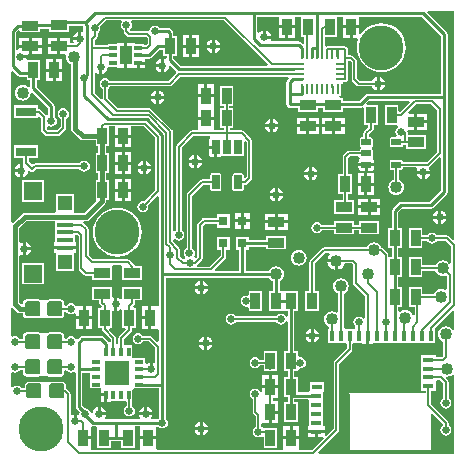
<source format=gtl>
G04 Layer_Physical_Order=1*
G04 Layer_Color=255*
%FSLAX25Y25*%
%MOIN*%
G70*
G01*
G75*
%ADD10R,0.00906X0.01378*%
%ADD11R,0.01378X0.00906*%
%ADD12R,0.03150X0.03150*%
%ADD13R,0.03347X0.05512*%
G04:AMPARAMS|DCode=14|XSize=25.59mil|YSize=47.24mil|CornerRadius=1.92mil|HoleSize=0mil|Usage=FLASHONLY|Rotation=0.000|XOffset=0mil|YOffset=0mil|HoleType=Round|Shape=RoundedRectangle|*
%AMROUNDEDRECTD14*
21,1,0.02559,0.04341,0,0,0.0*
21,1,0.02175,0.04724,0,0,0.0*
1,1,0.00384,0.01088,-0.02170*
1,1,0.00384,-0.01088,-0.02170*
1,1,0.00384,-0.01088,0.02170*
1,1,0.00384,0.01088,0.02170*
%
%ADD14ROUNDEDRECTD14*%
%ADD15R,0.05512X0.03347*%
G04:AMPARAMS|DCode=16|XSize=21.65mil|YSize=31.5mil|CornerRadius=1.95mil|HoleSize=0mil|Usage=FLASHONLY|Rotation=90.000|XOffset=0mil|YOffset=0mil|HoleType=Round|Shape=RoundedRectangle|*
%AMROUNDEDRECTD16*
21,1,0.02165,0.02760,0,0,90.0*
21,1,0.01776,0.03150,0,0,90.0*
1,1,0.00390,0.01380,0.00888*
1,1,0.00390,0.01380,-0.00888*
1,1,0.00390,-0.01380,-0.00888*
1,1,0.00390,-0.01380,0.00888*
%
%ADD16ROUNDEDRECTD16*%
%ADD17R,0.06693X0.03150*%
%ADD18R,0.03583X0.01614*%
%ADD19R,0.01614X0.03583*%
%ADD20R,0.08465X0.08465*%
%ADD21R,0.01181X0.02953*%
%ADD22R,0.02953X0.01181*%
G04:AMPARAMS|DCode=23|XSize=11.81mil|YSize=29.53mil|CornerRadius=2.95mil|HoleSize=0mil|Usage=FLASHONLY|Rotation=270.000|XOffset=0mil|YOffset=0mil|HoleType=Round|Shape=RoundedRectangle|*
%AMROUNDEDRECTD23*
21,1,0.01181,0.02362,0,0,270.0*
21,1,0.00591,0.02953,0,0,270.0*
1,1,0.00591,-0.01181,-0.00295*
1,1,0.00591,-0.01181,0.00295*
1,1,0.00591,0.01181,0.00295*
1,1,0.00591,0.01181,-0.00295*
%
%ADD23ROUNDEDRECTD23*%
%ADD24R,0.05315X0.01772*%
G04:AMPARAMS|DCode=25|XSize=50mil|YSize=50mil|CornerRadius=6.25mil|HoleSize=0mil|Usage=FLASHONLY|Rotation=180.000|XOffset=0mil|YOffset=0mil|HoleType=Round|Shape=RoundedRectangle|*
%AMROUNDEDRECTD25*
21,1,0.05000,0.03750,0,0,180.0*
21,1,0.03750,0.05000,0,0,180.0*
1,1,0.01250,-0.01875,0.01875*
1,1,0.01250,0.01875,0.01875*
1,1,0.01250,0.01875,-0.01875*
1,1,0.01250,-0.01875,-0.01875*
%
%ADD25ROUNDEDRECTD25*%
%ADD26R,0.02756X0.01181*%
%ADD27R,0.03937X0.06299*%
%ADD28C,0.00600*%
%ADD29C,0.01000*%
%ADD30C,0.01500*%
%ADD31R,0.02679X0.00800*%
%ADD32R,0.00800X0.02679*%
%ADD33C,0.04000*%
%ADD34R,0.04921X0.04921*%
%ADD35R,0.05905X0.05905*%
%ADD36C,0.14961*%
%ADD37C,0.02500*%
G36*
X5126Y28125D02*
X5221Y27647D01*
X5492Y27242D01*
X5897Y26971D01*
X6375Y26876D01*
X10125D01*
X10603Y26971D01*
X10646Y27000D01*
X13354D01*
X13397Y26971D01*
X13875Y26876D01*
X17625D01*
X18103Y26971D01*
X18508Y27242D01*
X18779Y27647D01*
X18874Y28125D01*
Y28826D01*
X19474Y28954D01*
X19666Y28666D01*
X20278Y28257D01*
X21000Y28114D01*
X21722Y28257D01*
X21999Y28442D01*
X22599Y28122D01*
Y16780D01*
X22599Y16780D01*
X22684Y16350D01*
X22927Y15987D01*
X23937Y14977D01*
X23860Y14464D01*
X23327Y14130D01*
X23000Y14195D01*
Y12000D01*
X22000D01*
Y14195D01*
X21622Y14119D01*
X21447Y14002D01*
X20918Y14285D01*
Y21000D01*
X20848Y21351D01*
X20649Y21649D01*
X19649Y22649D01*
X19374Y22832D01*
Y23875D01*
X19279Y24353D01*
X19008Y24758D01*
X18603Y25029D01*
X18125Y25124D01*
X14375D01*
X13897Y25029D01*
X13854Y25000D01*
X11146D01*
X11103Y25029D01*
X10625Y25124D01*
X6875D01*
X6397Y25029D01*
X5992Y24758D01*
X5721Y24353D01*
X5626Y23875D01*
Y22918D01*
X4612D01*
X4334Y23334D01*
X3722Y23743D01*
X3000Y23886D01*
X2278Y23743D01*
X1722Y23371D01*
X1459Y23434D01*
X1122Y23599D01*
Y27975D01*
X1722Y28295D01*
X1778Y28257D01*
X2500Y28114D01*
X3222Y28257D01*
X3834Y28666D01*
X4112Y29082D01*
X5126D01*
Y28125D01*
D02*
G37*
G36*
X37931Y144982D02*
X37757Y144722D01*
X37614Y144000D01*
X37757Y143278D01*
X38166Y142666D01*
X38582Y142388D01*
Y142000D01*
X38652Y141649D01*
X38851Y141351D01*
X39851Y140351D01*
X40149Y140152D01*
X40500Y140082D01*
X46120D01*
X46582Y139620D01*
Y137880D01*
X46120Y137418D01*
X45478D01*
Y137691D01*
X42335D01*
Y138091D01*
X39866D01*
Y133941D01*
Y129791D01*
X43000D01*
Y131382D01*
X43500D01*
Y131882D01*
X45878D01*
Y132819D01*
X46941D01*
X46941Y132819D01*
X47370Y132905D01*
X47734Y133148D01*
X50465Y135878D01*
X51782D01*
Y133644D01*
X52934D01*
Y132970D01*
X52399Y132633D01*
X52334Y132628D01*
X52000Y132695D01*
Y130500D01*
Y128305D01*
X52378Y128381D01*
X53122Y128878D01*
X53619Y129622D01*
X53756Y130309D01*
X54346Y130568D01*
X56148Y128766D01*
X56156Y128755D01*
X56209Y128096D01*
X56165Y127963D01*
X53620Y125418D01*
X34112D01*
X33834Y125834D01*
X33222Y126243D01*
X32500Y126386D01*
X31778Y126243D01*
X31166Y125834D01*
X30757Y125222D01*
X30614Y124500D01*
X30757Y123778D01*
X31166Y123166D01*
X31582Y122888D01*
Y119564D01*
X31433Y119443D01*
X31014Y119284D01*
X28918Y121380D01*
Y128069D01*
X29518Y128284D01*
X30122Y127881D01*
X30500Y127805D01*
Y130000D01*
X31500D01*
Y127805D01*
X31878Y127881D01*
X32622Y128378D01*
X33119Y129122D01*
X33294Y130000D01*
X33451Y130191D01*
X36398D01*
Y129791D01*
X38866D01*
Y133941D01*
Y138091D01*
X36398D01*
Y137691D01*
X33254D01*
Y137418D01*
X28918D01*
Y139120D01*
X29649Y139851D01*
X29848Y140149D01*
X29918Y140500D01*
Y141388D01*
X30334Y141666D01*
X30743Y142278D01*
X30886Y143000D01*
X30789Y143491D01*
X32880Y145582D01*
X37611D01*
X37931Y144982D01*
D02*
G37*
G36*
X27239Y27911D02*
Y25530D01*
X27239D01*
Y25352D01*
X27239D01*
Y22971D01*
X31071D01*
Y21315D01*
X32661D01*
Y20815D01*
X33161D01*
Y18339D01*
X34252D01*
Y18739D01*
X36411D01*
Y18739D01*
X36589D01*
Y18739D01*
X38970D01*
Y18739D01*
X38982D01*
X39582Y18339D01*
Y17112D01*
X39166Y16834D01*
X38757Y16222D01*
X38614Y15500D01*
X38757Y14778D01*
X39166Y14166D01*
X39778Y13757D01*
X40500Y13614D01*
X41222Y13757D01*
X41834Y14166D01*
X42243Y14778D01*
X42386Y15500D01*
X42243Y16222D01*
X41834Y16834D01*
X41418Y17112D01*
Y18739D01*
X41529D01*
Y22233D01*
X41732Y22768D01*
X42332Y22987D01*
X42504Y22953D01*
X44866D01*
X45215Y23023D01*
X45241Y23040D01*
X50378D01*
Y12976D01*
X50166Y12834D01*
X50024Y12622D01*
X48173D01*
X47852Y13221D01*
X48120Y13622D01*
X48195Y14000D01*
X43805D01*
X43881Y13622D01*
X44148Y13221D01*
X43828Y12622D01*
X32673D01*
X32352Y13221D01*
X32620Y13622D01*
X32695Y14000D01*
X30500D01*
Y14500D01*
X30000D01*
Y16695D01*
X29622Y16620D01*
X28878Y16122D01*
X28381Y15378D01*
X28269Y14818D01*
X27657D01*
X27593Y15143D01*
X27184Y15755D01*
X26572Y16164D01*
X25850Y16307D01*
X25791Y16295D01*
X24842Y17244D01*
Y28158D01*
X26741D01*
X27239Y27911D01*
D02*
G37*
G36*
X148878Y72703D02*
X148324Y72474D01*
X147149Y73649D01*
X146851Y73848D01*
X146500Y73918D01*
X143112D01*
X142834Y74334D01*
X142222Y74743D01*
X141500Y74886D01*
X140778Y74743D01*
X140166Y74334D01*
X139888Y73918D01*
X138218D01*
Y76356D01*
X133672D01*
Y69644D01*
X138218D01*
Y72082D01*
X139888D01*
X140166Y71666D01*
X140778Y71257D01*
X141500Y71114D01*
X142222Y71257D01*
X142834Y71666D01*
X143112Y72082D01*
X146120D01*
X147682Y70520D01*
Y64761D01*
X147082Y64557D01*
X146854Y64854D01*
X146311Y65271D01*
X145679Y65533D01*
X145000Y65622D01*
X144321Y65533D01*
X143689Y65271D01*
X143146Y64854D01*
X142729Y64311D01*
X142566Y63918D01*
X138218D01*
Y66856D01*
X133672D01*
Y60144D01*
X138218D01*
Y62082D01*
X142566D01*
X142729Y61689D01*
X143146Y61146D01*
X143689Y60729D01*
X144321Y60467D01*
X145000Y60378D01*
X145679Y60467D01*
X146072Y60630D01*
X146482Y60220D01*
Y56012D01*
X145882Y55717D01*
X145811Y55771D01*
X145179Y56033D01*
X144500Y56122D01*
X143821Y56033D01*
X143189Y55771D01*
X142646Y55354D01*
X142229Y54811D01*
X142066Y54418D01*
X138218D01*
Y56856D01*
X133672D01*
Y50144D01*
X135582D01*
Y47420D01*
X134982Y47301D01*
X134771Y47811D01*
X134354Y48354D01*
X133811Y48771D01*
X133179Y49033D01*
X132500Y49122D01*
X131821Y49033D01*
X131189Y48771D01*
X130777Y48455D01*
X130335Y48599D01*
X130177Y48724D01*
Y50144D01*
X131328D01*
Y56856D01*
X130177D01*
Y60144D01*
X131328D01*
Y66856D01*
X130177D01*
Y69644D01*
X131328D01*
Y76356D01*
X130177D01*
Y81590D01*
X131465Y82878D01*
X141000D01*
X141000Y82878D01*
X141429Y82964D01*
X141793Y83207D01*
X146293Y87707D01*
X146293Y87707D01*
X146536Y88071D01*
X146622Y88500D01*
X146622Y88500D01*
Y120000D01*
Y141000D01*
X146536Y141429D01*
X146293Y141793D01*
X146293Y141793D01*
X139808Y148278D01*
X140056Y148878D01*
X148878D01*
Y72703D01*
D02*
G37*
G36*
X49182Y106520D02*
Y88980D01*
X45491Y85289D01*
X45000Y85386D01*
X44278Y85243D01*
X43666Y84834D01*
X43257Y84222D01*
X43114Y83500D01*
X43257Y82778D01*
X43666Y82166D01*
X44278Y81757D01*
X45000Y81614D01*
X45722Y81757D01*
X46334Y82166D01*
X46743Y82778D01*
X46886Y83500D01*
X46789Y83991D01*
X49824Y87026D01*
X50378Y86797D01*
Y61000D01*
Y50725D01*
X50063Y50256D01*
X49778Y50256D01*
X47890D01*
Y46500D01*
Y42744D01*
X49778D01*
X50063Y42744D01*
X50378Y42275D01*
Y38703D01*
X49824Y38474D01*
X48149Y40149D01*
X47851Y40348D01*
X47500Y40418D01*
X45112D01*
X44834Y40834D01*
X44222Y41243D01*
X43500Y41386D01*
X42778Y41243D01*
X42166Y40834D01*
X41757Y40222D01*
X41614Y39500D01*
X41757Y38778D01*
X42166Y38166D01*
X42778Y37757D01*
X43500Y37614D01*
X44222Y37757D01*
X44834Y38166D01*
X45112Y38582D01*
X47120D01*
X49182Y36520D01*
Y31680D01*
X48830Y31491D01*
X48582Y31414D01*
X48280Y31474D01*
Y29280D01*
X47280D01*
Y31474D01*
X46902Y31399D01*
X46361Y31038D01*
X45761Y31307D01*
Y33029D01*
X41732D01*
Y33232D01*
X41529D01*
Y37261D01*
X39148D01*
X38697Y37622D01*
Y39399D01*
X41149Y41851D01*
X41348Y42149D01*
X41418Y42500D01*
Y43144D01*
X42773D01*
Y49856D01*
X42002D01*
X41754Y50456D01*
X42094Y50796D01*
X42293Y51094D01*
X42362Y51445D01*
Y52282D01*
X44801D01*
Y56828D01*
X38089D01*
Y52977D01*
X37953Y52874D01*
X37489Y52711D01*
X36878Y53119D01*
X36500Y53195D01*
Y51000D01*
Y48805D01*
X36878Y48880D01*
X37622Y49378D01*
X37627Y49385D01*
X38227Y49203D01*
Y43144D01*
X38998D01*
X39246Y42544D01*
X37131Y40428D01*
X36932Y40131D01*
X36862Y39779D01*
Y38036D01*
X36284Y37656D01*
X36083Y37749D01*
Y39835D01*
X36013Y40186D01*
X35814Y40483D01*
X33754Y42544D01*
X34002Y43144D01*
X34608D01*
Y48606D01*
X34745Y48679D01*
X35208Y48864D01*
X35500Y48805D01*
Y51000D01*
Y53195D01*
X35401Y53175D01*
X34801Y53571D01*
Y56828D01*
X28089D01*
Y52282D01*
X30527D01*
Y51555D01*
X30597Y51204D01*
X30796Y50906D01*
X31246Y50456D01*
X31005Y49856D01*
X30061D01*
Y43144D01*
X31417D01*
Y42665D01*
X31487Y42314D01*
X31686Y42017D01*
X34248Y39455D01*
Y38442D01*
X33935Y38343D01*
X33648Y38342D01*
X33454Y38632D01*
X31955Y40132D01*
X31591Y40375D01*
X31161Y40460D01*
X31161Y40460D01*
X24839D01*
X24839Y40460D01*
X24409Y40375D01*
X24046Y40132D01*
X24046Y40132D01*
X23300Y39386D01*
X23249Y39371D01*
X22560Y39495D01*
X22334Y39834D01*
X21722Y40243D01*
X21000Y40386D01*
X20278Y40243D01*
X19666Y39834D01*
X19474Y39546D01*
X18874Y39674D01*
Y40375D01*
X18779Y40853D01*
X18508Y41258D01*
X18103Y41529D01*
X17625Y41624D01*
X13875D01*
X13397Y41529D01*
X13354Y41500D01*
X10646D01*
X10603Y41529D01*
X10125Y41624D01*
X6375D01*
X5897Y41529D01*
X5492Y41258D01*
X5221Y40853D01*
X5126Y40375D01*
Y39418D01*
X4112D01*
X3834Y39834D01*
X3222Y40243D01*
X2500Y40386D01*
X1778Y40243D01*
X1722Y40205D01*
X1122Y40525D01*
Y49583D01*
X1722Y49832D01*
X3027Y48527D01*
X3473Y48228D01*
X4000Y48124D01*
X5126D01*
Y47625D01*
X5221Y47147D01*
X5492Y46742D01*
X5897Y46471D01*
X6375Y46376D01*
X10125D01*
X10603Y46471D01*
X10646Y46500D01*
X13354D01*
X13397Y46471D01*
X13875Y46376D01*
X17625D01*
X18103Y46471D01*
X18508Y46742D01*
X18779Y47147D01*
X18874Y47625D01*
Y48326D01*
X19474Y48454D01*
X19666Y48166D01*
X20278Y47757D01*
X21000Y47614D01*
X21722Y47757D01*
X22172Y48058D01*
X22703Y47850D01*
X22772Y47792D01*
Y47000D01*
X24945D01*
Y50256D01*
X22772D01*
X22417Y50709D01*
X22334Y50834D01*
X21722Y51243D01*
X21000Y51386D01*
X20278Y51243D01*
X19666Y50834D01*
X19474Y50546D01*
X18874Y50674D01*
Y51375D01*
X18779Y51853D01*
X18508Y52258D01*
X18103Y52529D01*
X17625Y52624D01*
X13875D01*
X13397Y52529D01*
X13354Y52500D01*
X10646D01*
X10603Y52529D01*
X10125Y52624D01*
X6375D01*
X5897Y52529D01*
X5492Y52258D01*
X5221Y51853D01*
X5126Y51375D01*
Y50983D01*
X4526Y50921D01*
X3876Y51570D01*
Y67157D01*
X4476Y67478D01*
X4622Y67381D01*
X5000Y67305D01*
Y69500D01*
Y71695D01*
X4622Y71619D01*
X4476Y71522D01*
X3876Y71843D01*
Y76430D01*
X6188Y78742D01*
X15743D01*
Y76073D01*
Y71768D01*
X15342D01*
Y70382D01*
X19000D01*
X22658D01*
Y71768D01*
X22257D01*
Y74082D01*
X23120D01*
X23582Y73620D01*
Y63000D01*
X23652Y62649D01*
X23851Y62351D01*
X25406Y60796D01*
X25704Y60597D01*
X26055Y60527D01*
X28089D01*
Y59172D01*
X34801D01*
Y63718D01*
X35250Y64082D01*
X37640D01*
X38089Y63718D01*
Y59172D01*
X44801D01*
Y63718D01*
X42330D01*
X42293Y63906D01*
X42094Y64204D01*
X40649Y65649D01*
X40351Y65848D01*
X40000Y65918D01*
X28380D01*
X26918Y67380D01*
Y76000D01*
X26848Y76351D01*
X26649Y76649D01*
X25156Y78142D01*
X25199Y78415D01*
X25371Y78742D01*
X26118D01*
X26645Y78846D01*
X27091Y79145D01*
X32473Y84527D01*
X32772Y84973D01*
X32876Y85500D01*
Y85644D01*
X33828D01*
Y92356D01*
X32876D01*
Y94644D01*
X33828D01*
Y101356D01*
X32876D01*
Y103644D01*
X33828D01*
Y110282D01*
X35772D01*
Y107500D01*
X38445D01*
X41118D01*
Y110282D01*
X45420D01*
X49182Y106520D01*
D02*
G37*
G36*
X148878Y48797D02*
Y42413D01*
X148278Y42294D01*
X148271Y42311D01*
X147854Y42854D01*
X147311Y43271D01*
X146679Y43533D01*
X146000Y43622D01*
X145321Y43533D01*
X144689Y43271D01*
X144146Y42854D01*
X143729Y42311D01*
X143467Y41679D01*
X143378Y41000D01*
X143467Y40321D01*
X143729Y39689D01*
X144146Y39146D01*
X144689Y38729D01*
X145082Y38566D01*
Y33880D01*
X144681Y33479D01*
X142572D01*
Y33968D01*
X137790D01*
Y31154D01*
X137790D01*
Y30976D01*
X137790D01*
Y28584D01*
X137790Y28162D01*
X137790Y27562D01*
Y25584D01*
X137790Y25170D01*
X137790Y24570D01*
Y22170D01*
X139263D01*
Y21500D01*
X113500D01*
X114000Y21000D01*
Y2500D01*
X141000D01*
Y14418D01*
X141554Y14648D01*
X145035Y11168D01*
X144997Y10555D01*
X144666Y10334D01*
X144257Y9722D01*
X144114Y9000D01*
X144257Y8278D01*
X144666Y7666D01*
X145278Y7257D01*
X146000Y7114D01*
X146722Y7257D01*
X147334Y7666D01*
X147743Y8278D01*
X147886Y9000D01*
X147743Y9722D01*
X147334Y10334D01*
X146918Y10612D01*
Y11500D01*
X146848Y11851D01*
X146649Y12149D01*
X141099Y17699D01*
Y22170D01*
X142572D01*
X142572Y25235D01*
X142997Y25659D01*
X144043D01*
X145082Y24620D01*
Y19612D01*
X144666Y19334D01*
X144257Y18722D01*
X144114Y18000D01*
X144257Y17278D01*
X144666Y16666D01*
X145278Y16257D01*
X146000Y16114D01*
X146722Y16257D01*
X147334Y16666D01*
X147743Y17278D01*
X147886Y18000D01*
X147743Y18722D01*
X147334Y19334D01*
X146918Y19612D01*
Y25000D01*
X146848Y25351D01*
X146649Y25649D01*
X145953Y26344D01*
X146234Y26913D01*
X146500Y26878D01*
X147179Y26967D01*
X147811Y27229D01*
X148278Y27587D01*
X148579Y27516D01*
X148878Y27343D01*
Y1122D01*
X103703D01*
X103474Y1676D01*
X110149Y8351D01*
X110348Y8649D01*
X110418Y9000D01*
Y31120D01*
X114629Y35331D01*
X114828Y35629D01*
X114898Y35980D01*
Y37797D01*
X115387Y38063D01*
X115565D01*
Y38063D01*
X118157D01*
Y37663D01*
X119465D01*
Y40455D01*
X120465D01*
Y37663D01*
X121772D01*
Y38063D01*
X124364D01*
Y38063D01*
X124542D01*
Y38063D01*
X127356D01*
Y38063D01*
X127534D01*
Y38063D01*
X130348D01*
Y38063D01*
X130526D01*
Y38063D01*
X133340D01*
Y38063D01*
X133518D01*
Y38063D01*
X136332D01*
Y38063D01*
X136510D01*
Y38063D01*
X139012D01*
X139324Y38063D01*
X139324Y38063D01*
X139593Y38109D01*
Y38109D01*
X142407D01*
Y42891D01*
X142407Y42891D01*
X142407D01*
X142675Y43377D01*
X148324Y49026D01*
X148878Y48797D01*
D02*
G37*
G36*
X86680Y131022D02*
X86450Y130468D01*
X57618D01*
X55177Y132909D01*
Y133644D01*
X56328D01*
Y140356D01*
X55177D01*
Y141445D01*
X55177Y141445D01*
X55091Y141874D01*
X54848Y142238D01*
X54848Y142238D01*
X54293Y142793D01*
X53929Y143036D01*
X53500Y143122D01*
X53500Y143122D01*
X50476D01*
X50334Y143334D01*
X49722Y143743D01*
X49000Y143886D01*
X48278Y143743D01*
X47666Y143334D01*
X47257Y142722D01*
X47183Y142347D01*
X47134Y142274D01*
X46593Y141921D01*
X46531Y141911D01*
X46500Y141918D01*
X40880D01*
X40845Y141952D01*
X40834Y142666D01*
X41243Y143278D01*
X41386Y144000D01*
X41243Y144722D01*
X41069Y144982D01*
X41389Y145582D01*
X72120D01*
X86680Y131022D01*
D02*
G37*
G36*
X93595Y126182D02*
X93207Y125793D01*
X92964Y125429D01*
X92878Y125000D01*
X92878Y125000D01*
Y117575D01*
X92964Y117146D01*
X93207Y116782D01*
X93571Y116539D01*
X94000Y116453D01*
X96644D01*
Y115172D01*
X103356D01*
Y116453D01*
X105144D01*
Y115172D01*
X111856D01*
Y116453D01*
X117575D01*
X117575Y116453D01*
X118004Y116539D01*
X118182Y116657D01*
X118782Y116404D01*
Y110644D01*
X120138D01*
Y109935D01*
X118812Y108609D01*
X118613Y108312D01*
X118543Y107961D01*
Y106698D01*
X118081D01*
X117771Y106637D01*
X117508Y106461D01*
X117332Y106198D01*
X117270Y105888D01*
Y104112D01*
X117332Y103802D01*
X117508Y103539D01*
X117621Y103463D01*
X117657Y103326D01*
Y102934D01*
X117621Y102797D01*
X117508Y102721D01*
X117332Y102458D01*
X117276Y102178D01*
X113760D01*
X113409Y102108D01*
X113111Y101909D01*
X111851Y100649D01*
X111652Y100351D01*
X111582Y100000D01*
Y94356D01*
X110227D01*
Y87644D01*
X111582D01*
Y85718D01*
X108589D01*
Y81172D01*
X115301D01*
Y85718D01*
X113418D01*
Y87644D01*
X114773D01*
Y94356D01*
X113418D01*
Y99620D01*
X114140Y100342D01*
X116875D01*
X117250Y99840D01*
X117219Y99269D01*
X116955Y98874D01*
X116862Y98408D01*
Y98020D01*
X119461D01*
X122059D01*
Y98408D01*
X121966Y98874D01*
X121702Y99269D01*
X121701Y99269D01*
X121653Y99357D01*
X121578Y100044D01*
X121589Y100062D01*
X121651Y100372D01*
Y102148D01*
X121589Y102458D01*
X121414Y102721D01*
X121300Y102797D01*
X121264Y102934D01*
Y103326D01*
X121300Y103463D01*
X121414Y103539D01*
X121589Y103802D01*
X121651Y104112D01*
Y105888D01*
X121589Y106198D01*
X121414Y106461D01*
X121151Y106637D01*
X120841Y106698D01*
X120378D01*
Y107580D01*
X121704Y108906D01*
X121903Y109204D01*
X121973Y109555D01*
Y110644D01*
X123328D01*
Y117356D01*
X119726D01*
X119496Y117910D01*
X120465Y118878D01*
X133797D01*
X134026Y118324D01*
X130818Y115116D01*
X130218Y115364D01*
Y117356D01*
X125672D01*
Y110644D01*
X129799D01*
X129981Y110044D01*
X129666Y109834D01*
X129257Y109222D01*
X129114Y108500D01*
X129257Y107778D01*
X129578Y107298D01*
X129417Y106837D01*
X129312Y106698D01*
X128120D01*
X127810Y106637D01*
X127547Y106461D01*
X127371Y106198D01*
X127310Y105888D01*
Y104112D01*
X127371Y103802D01*
X127547Y103539D01*
X127810Y103363D01*
X128120Y103302D01*
X130880D01*
X131190Y103363D01*
X131453Y103539D01*
X131629Y103802D01*
X131684Y104082D01*
X132644D01*
Y102727D01*
X139356D01*
Y107273D01*
X133418D01*
Y108000D01*
X133348Y108351D01*
X133170Y108616D01*
X133198Y108749D01*
X133430Y109216D01*
X135500D01*
Y111890D01*
Y114563D01*
X133645D01*
X133415Y115117D01*
X135980Y117682D01*
X141020D01*
X143082Y115620D01*
Y101880D01*
X139640Y98437D01*
X131684D01*
X131629Y98718D01*
X131453Y98981D01*
X131190Y99156D01*
X130880Y99218D01*
X128120D01*
X127810Y99156D01*
X127547Y98981D01*
X127371Y98718D01*
X127310Y98408D01*
Y96632D01*
X127371Y96322D01*
X127547Y96059D01*
X127810Y95883D01*
X128120Y95821D01*
X128582D01*
Y92434D01*
X128189Y92271D01*
X127646Y91854D01*
X127229Y91311D01*
X126967Y90679D01*
X126878Y90000D01*
X126967Y89321D01*
X127229Y88689D01*
X127646Y88146D01*
X128189Y87729D01*
X128821Y87467D01*
X129500Y87378D01*
X130179Y87467D01*
X130811Y87729D01*
X131354Y88146D01*
X131771Y88689D01*
X132033Y89321D01*
X132122Y90000D01*
X132033Y90679D01*
X131771Y91311D01*
X131354Y91854D01*
X130811Y92271D01*
X130418Y92434D01*
Y95821D01*
X130880D01*
X131190Y95883D01*
X131453Y96059D01*
X131629Y96322D01*
X131684Y96602D01*
X136228D01*
X136511Y96073D01*
X136381Y95878D01*
X136305Y95500D01*
X140695D01*
X140620Y95878D01*
X140483Y96082D01*
X140371Y96672D01*
X140669Y96871D01*
X143824Y100026D01*
X144378Y99797D01*
Y88965D01*
X140535Y85122D01*
X131000D01*
X131000Y85122D01*
X130571Y85036D01*
X130207Y84793D01*
X130207Y84793D01*
X128262Y82848D01*
X128019Y82484D01*
X127934Y82055D01*
X127934Y82055D01*
Y76356D01*
X126782D01*
Y69644D01*
X127934D01*
Y66856D01*
X126866D01*
Y67551D01*
X126797Y67902D01*
X126598Y68200D01*
X125149Y69649D01*
X124851Y69848D01*
X124500Y69918D01*
X124434D01*
X124271Y70311D01*
X123854Y70854D01*
X123311Y71271D01*
X122679Y71533D01*
X122000Y71622D01*
X121321Y71533D01*
X120689Y71271D01*
X120146Y70854D01*
X119729Y70311D01*
X119566Y69918D01*
X105500D01*
X105149Y69848D01*
X104851Y69649D01*
X100796Y65594D01*
X100597Y65296D01*
X100527Y64945D01*
Y55356D01*
X99172D01*
Y48644D01*
X103718D01*
Y55356D01*
X102363D01*
Y64565D01*
X105880Y68082D01*
X107019D01*
X107240Y67482D01*
X106879Y67013D01*
X106577Y66283D01*
X106540Y66000D01*
X109500D01*
Y65500D01*
X110000D01*
Y62540D01*
X110283Y62577D01*
X111013Y62880D01*
X111640Y63360D01*
X112120Y63987D01*
X112367Y64582D01*
X114620D01*
X115082Y64120D01*
Y58000D01*
X115152Y57649D01*
X115351Y57351D01*
X119047Y53655D01*
Y46346D01*
X118447Y46164D01*
X118334Y46334D01*
X117722Y46743D01*
X117000Y46886D01*
X116996Y46885D01*
X116972Y46890D01*
X116621Y46820D01*
X116601Y46807D01*
X116278Y46743D01*
X115666Y46334D01*
X115257Y45722D01*
X115114Y45000D01*
X115257Y44278D01*
X115666Y43666D01*
X115680Y43626D01*
X115624Y42973D01*
X115430Y42846D01*
X115387D01*
Y42846D01*
X112330Y42846D01*
X111906Y43270D01*
Y54561D01*
X112311Y54729D01*
X112854Y55146D01*
X113271Y55689D01*
X113533Y56321D01*
X113622Y57000D01*
X113533Y57679D01*
X113271Y58311D01*
X112854Y58854D01*
X112311Y59271D01*
X111679Y59533D01*
X111000Y59622D01*
X110321Y59533D01*
X109689Y59271D01*
X109146Y58854D01*
X108729Y58311D01*
X108467Y57679D01*
X108378Y57000D01*
X108467Y56321D01*
X108729Y55689D01*
X109146Y55146D01*
X109689Y54729D01*
X110071Y54571D01*
Y48445D01*
X109471Y48149D01*
X109311Y48271D01*
X108679Y48533D01*
X108000Y48622D01*
X107321Y48533D01*
X106689Y48271D01*
X106146Y47854D01*
X105729Y47311D01*
X105467Y46679D01*
X105378Y46000D01*
X105467Y45321D01*
X105729Y44689D01*
X106146Y44146D01*
X106689Y43729D01*
X107078Y43567D01*
Y42846D01*
X106589D01*
Y38063D01*
X109403D01*
Y38063D01*
X109581D01*
Y38063D01*
X112638Y38063D01*
X113063Y37639D01*
Y36360D01*
X108851Y32149D01*
X108652Y31851D01*
X108582Y31500D01*
Y9380D01*
X106210Y7008D01*
X105610Y7256D01*
Y8045D01*
X103319D01*
Y6738D01*
X105092D01*
X105341Y6138D01*
X101520Y2318D01*
X97537D01*
X97118Y2744D01*
X97118Y2918D01*
Y6000D01*
X91772D01*
Y2918D01*
X91772Y2744D01*
X91353Y2318D01*
X49982D01*
X49563Y2744D01*
X49563Y2918D01*
Y6000D01*
X46890D01*
X44216D01*
Y2918D01*
X44216Y2744D01*
X43798Y2318D01*
X28202D01*
X27784Y2744D01*
Y6000D01*
X25110D01*
Y7000D01*
X27784D01*
Y9956D01*
X27818Y10017D01*
X28318Y10415D01*
X28500Y10378D01*
X28500Y10378D01*
X29540D01*
X29727Y9856D01*
X29727D01*
Y3144D01*
X34273D01*
Y5378D01*
X37727D01*
Y3144D01*
X42273D01*
Y9856D01*
X42273D01*
X42460Y10378D01*
X43667D01*
X44216Y10256D01*
X44216Y9778D01*
Y7000D01*
X46890D01*
X49563D01*
X49563Y9989D01*
X50163Y10171D01*
X50166Y10166D01*
X50778Y9757D01*
X51500Y9614D01*
X52222Y9757D01*
X52834Y10166D01*
X53243Y10778D01*
X53386Y11500D01*
X53243Y12222D01*
X52834Y12834D01*
X52622Y12976D01*
Y24161D01*
Y59878D01*
X87150D01*
X87229Y59689D01*
X87646Y59146D01*
X88189Y58729D01*
X88378Y58650D01*
Y55356D01*
X87172D01*
Y48644D01*
X91718D01*
Y48644D01*
X92282D01*
Y48644D01*
X93323D01*
Y46966D01*
X92768Y46743D01*
X92723Y46751D01*
X92334Y47334D01*
X91722Y47743D01*
X91000Y47886D01*
X90278Y47743D01*
X89666Y47334D01*
X89388Y46918D01*
X76112D01*
X75834Y47334D01*
X75222Y47743D01*
X74500Y47886D01*
X73778Y47743D01*
X73166Y47334D01*
X72757Y46722D01*
X72614Y46000D01*
X72757Y45278D01*
X73166Y44666D01*
X73778Y44257D01*
X74500Y44114D01*
X75222Y44257D01*
X75834Y44666D01*
X76112Y45082D01*
X89388D01*
X89666Y44666D01*
X90278Y44257D01*
X91000Y44114D01*
X91722Y44257D01*
X92334Y44666D01*
X92723Y45249D01*
X92768Y45257D01*
X93323Y45034D01*
Y35356D01*
X92172D01*
Y28644D01*
X93323D01*
Y26856D01*
X92172D01*
Y20144D01*
X93323D01*
Y18356D01*
X92116D01*
Y11644D01*
X96663D01*
Y18356D01*
X95566D01*
Y19392D01*
X100098D01*
X100427Y18929D01*
X100428Y18507D01*
Y16537D01*
X100427Y16115D01*
X100428Y15515D01*
Y13544D01*
X100427Y13122D01*
X100428Y12522D01*
Y10352D01*
X100028D01*
Y9045D01*
X102819D01*
X105610D01*
Y10352D01*
X105210D01*
Y12522D01*
X105210Y12945D01*
X105210Y13544D01*
Y15515D01*
X105210Y15937D01*
X105210Y16537D01*
Y18507D01*
X105210Y18929D01*
X105210Y19529D01*
Y21568D01*
X105391Y22093D01*
X105391Y22446D01*
Y24907D01*
X100609D01*
Y22446D01*
X100427Y21921D01*
X99917Y21635D01*
X96718D01*
Y26856D01*
X95566D01*
Y28644D01*
X96718D01*
Y29158D01*
X97318Y29650D01*
X97500Y29614D01*
X98222Y29757D01*
X98834Y30166D01*
X99243Y30778D01*
X99386Y31500D01*
X99243Y32222D01*
X98834Y32834D01*
X98222Y33243D01*
X97500Y33386D01*
X97318Y33350D01*
X96718Y33843D01*
Y35356D01*
X95566D01*
Y48644D01*
X96828D01*
Y55356D01*
X92282D01*
Y55356D01*
X91718D01*
Y55356D01*
X90622D01*
Y58650D01*
X90811Y58729D01*
X91354Y59146D01*
X91771Y59689D01*
X92033Y60321D01*
X92122Y61000D01*
X92033Y61679D01*
X91771Y62311D01*
X91354Y62854D01*
X90811Y63271D01*
X90179Y63533D01*
X89500Y63622D01*
X88821Y63533D01*
X88189Y63271D01*
X87646Y62854D01*
X87229Y62311D01*
X87150Y62122D01*
X79271D01*
Y69085D01*
X80324D01*
Y70138D01*
X86144D01*
Y69282D01*
X92856D01*
Y73828D01*
X86144D01*
Y72381D01*
X80324D01*
Y73435D01*
X75975D01*
Y69085D01*
X77028D01*
Y62122D01*
X69203D01*
X68974Y62676D01*
X72499Y66202D01*
X72698Y66499D01*
X72768Y66850D01*
Y69085D01*
X74025D01*
Y73435D01*
X69676D01*
Y69085D01*
X70933D01*
Y67230D01*
X67220Y63518D01*
X63106D01*
X62918Y64047D01*
X62915Y64118D01*
X64649Y65851D01*
X64848Y66149D01*
X64918Y66500D01*
Y77120D01*
X65620Y77823D01*
X69676D01*
Y76565D01*
X74025D01*
Y80915D01*
X69676D01*
Y79658D01*
X65240D01*
X64889Y79588D01*
X64591Y79389D01*
X63351Y78149D01*
X63152Y77851D01*
X63082Y77500D01*
Y66880D01*
X62606Y66404D01*
X62387Y66486D01*
X62189Y67197D01*
X62243Y67278D01*
X62386Y68000D01*
X62243Y68722D01*
X61834Y69334D01*
X61418Y69612D01*
Y87120D01*
X65073Y90775D01*
X67365D01*
Y89523D01*
X67426Y89214D01*
X67601Y88952D01*
X67863Y88777D01*
X68172Y88715D01*
X70347D01*
X70656Y88777D01*
X70918Y88952D01*
X71093Y89214D01*
X71155Y89523D01*
Y93863D01*
X71093Y94172D01*
X70918Y94434D01*
X70656Y94609D01*
X70347Y94671D01*
X68172D01*
X67863Y94609D01*
X67601Y94434D01*
X67426Y94172D01*
X67365Y93863D01*
Y92611D01*
X64693D01*
X64342Y92541D01*
X64044Y92342D01*
X59851Y88149D01*
X59652Y87851D01*
X59582Y87500D01*
Y69612D01*
X59166Y69334D01*
X58757Y68722D01*
X58614Y68000D01*
X58757Y67278D01*
X59166Y66666D01*
X59051Y66095D01*
X59034Y66075D01*
X58253Y66045D01*
X57418Y66880D01*
Y69197D01*
X57348Y69548D01*
X57149Y69846D01*
X55018Y71977D01*
Y72557D01*
X55618Y72739D01*
X55666Y72666D01*
X56278Y72257D01*
X57000Y72114D01*
X57722Y72257D01*
X58334Y72666D01*
X58743Y73278D01*
X58886Y74000D01*
X58743Y74722D01*
X58334Y75334D01*
X57918Y75612D01*
Y103120D01*
X61880Y107082D01*
X67349D01*
X67531Y106482D01*
X67313Y106337D01*
X67049Y105942D01*
X66957Y105477D01*
Y103807D01*
X69260D01*
Y103307D01*
X69760D01*
Y99922D01*
X70347D01*
X70812Y100014D01*
X71207Y100277D01*
X71382Y100539D01*
X71603Y100391D01*
X71912Y100329D01*
X74088D01*
X74397Y100391D01*
X74659Y100566D01*
X75082D01*
X75344Y100391D01*
X75653Y100329D01*
X77828D01*
X78137Y100391D01*
X78399Y100566D01*
X78574Y100828D01*
X78635Y101137D01*
Y105114D01*
X79180Y105351D01*
X79582Y105030D01*
Y93470D01*
X79180Y93149D01*
X78635Y93386D01*
Y93863D01*
X78574Y94172D01*
X78399Y94434D01*
X78137Y94609D01*
X77828Y94671D01*
X75653D01*
X75344Y94609D01*
X75082Y94434D01*
X74907Y94172D01*
X74845Y93863D01*
Y89523D01*
X74907Y89214D01*
X75082Y88952D01*
X75344Y88777D01*
X75653Y88715D01*
X77828D01*
X78137Y88777D01*
X78399Y88952D01*
X78574Y89214D01*
X78635Y89523D01*
Y90775D01*
X79193D01*
X79544Y90845D01*
X79842Y91044D01*
X81149Y92351D01*
X81348Y92649D01*
X81418Y93000D01*
Y105500D01*
X81348Y105851D01*
X81149Y106149D01*
X78649Y108649D01*
X78351Y108848D01*
X78000Y108918D01*
X73918D01*
Y109644D01*
X75218D01*
Y116356D01*
X73862D01*
Y117144D01*
X75218D01*
Y123856D01*
X70672D01*
Y117144D01*
X72027D01*
Y116356D01*
X70672D01*
Y109644D01*
X72082D01*
Y108918D01*
X69193D01*
X68728Y109244D01*
X68728Y109518D01*
Y112500D01*
X63382D01*
Y109518D01*
X63382Y109244D01*
X62917Y108918D01*
X61500D01*
X61149Y108848D01*
X60851Y108649D01*
X56351Y104149D01*
X56152Y103851D01*
X56082Y103500D01*
Y75612D01*
X55666Y75334D01*
X55618Y75261D01*
X55018Y75443D01*
Y108577D01*
X54948Y108928D01*
X54749Y109226D01*
X47826Y116149D01*
X47528Y116348D01*
X47177Y116418D01*
X36880D01*
X33418Y119880D01*
Y122888D01*
X33834Y123166D01*
X34112Y123582D01*
X54000D01*
X54351Y123652D01*
X54649Y123851D01*
X57534Y126736D01*
X93366D01*
X93595Y126182D01*
D02*
G37*
G36*
X144378Y140535D02*
Y121122D01*
X120000D01*
X120000Y121122D01*
X119571Y121036D01*
X119207Y120793D01*
X119207Y120793D01*
X117110Y118696D01*
X111856D01*
Y119718D01*
X110633D01*
X110513Y120318D01*
X110810Y120441D01*
X111000Y120900D01*
Y123579D01*
X110978Y123632D01*
Y124508D01*
X111614D01*
Y124936D01*
X112604D01*
X113063Y125127D01*
X113136Y125303D01*
X113149Y125312D01*
X113348Y125610D01*
X113418Y125961D01*
Y127654D01*
Y132082D01*
X114120D01*
X114582Y131620D01*
Y126000D01*
X114652Y125649D01*
X114851Y125351D01*
X116351Y123851D01*
X116649Y123652D01*
X117000Y123582D01*
X121407D01*
X121878Y122878D01*
X122622Y122380D01*
X123000Y122305D01*
Y124500D01*
Y126695D01*
X122622Y126620D01*
X121878Y126122D01*
X121407Y125418D01*
X117380D01*
X116418Y126380D01*
Y132000D01*
X116348Y132351D01*
X116149Y132649D01*
X115149Y133649D01*
X114851Y133848D01*
X114500Y133918D01*
X113418D01*
Y136000D01*
X113348Y136351D01*
X113149Y136649D01*
X112851Y136848D01*
X112500Y136918D01*
X106539D01*
X106364Y136883D01*
X105885Y137161D01*
X105764Y137286D01*
Y140144D01*
X109828D01*
Y146856D01*
X110419Y146878D01*
X111772D01*
Y144000D01*
X117118D01*
Y146878D01*
X138035D01*
X144378Y140535D01*
D02*
G37*
G36*
X97672Y146856D02*
Y140144D01*
X98850D01*
Y138020D01*
X98296Y137790D01*
X97793Y138293D01*
X97429Y138536D01*
X97000Y138622D01*
X97000Y138622D01*
X87945D01*
X87639Y139222D01*
X87695Y139500D01*
X85500D01*
Y140000D01*
X85000D01*
Y142195D01*
X84622Y142120D01*
X83878Y141622D01*
X83777Y141471D01*
X83177Y141653D01*
Y146878D01*
X90382D01*
Y144000D01*
X93055D01*
X95728D01*
Y146878D01*
X97081D01*
X97672Y146856D01*
D02*
G37*
G36*
X25057Y143857D02*
X25229Y143685D01*
Y142052D01*
X24628Y141669D01*
X24500Y141695D01*
Y139500D01*
X24000D01*
Y139000D01*
X21805D01*
X21881Y138622D01*
X21924Y138557D01*
X21641Y138028D01*
X20756D01*
Y139784D01*
X17500D01*
Y137110D01*
Y134437D01*
X18976D01*
X19422Y133837D01*
X19378Y133500D01*
X19467Y132821D01*
X19729Y132189D01*
X20146Y131646D01*
X20689Y131229D01*
X21124Y131049D01*
Y109500D01*
X21228Y108973D01*
X21527Y108527D01*
X24027Y106027D01*
X24027Y106027D01*
X24473Y105728D01*
X25000Y105624D01*
X29282D01*
Y103644D01*
X30124D01*
Y101356D01*
X29282D01*
Y94644D01*
X30124D01*
Y92356D01*
X29282D01*
Y85644D01*
X29282D01*
X29404Y85350D01*
X25548Y81495D01*
X22542D01*
X22228Y81682D01*
X22061Y82122D01*
Y87903D01*
X15939D01*
Y82122D01*
X15772Y81682D01*
X15458Y81495D01*
X5618D01*
X5091Y81390D01*
X4645Y81091D01*
X4645Y81091D01*
X1722Y78168D01*
X1122Y78417D01*
Y128508D01*
X1676Y128738D01*
X3207Y127207D01*
X3207Y127207D01*
X3571Y126964D01*
X4000Y126878D01*
X6282D01*
Y125644D01*
X7434D01*
Y123585D01*
X6931Y123385D01*
X6834Y123370D01*
X6311Y123771D01*
X5679Y124033D01*
X5000Y124122D01*
X4321Y124033D01*
X3689Y123771D01*
X3146Y123354D01*
X2729Y122811D01*
X2467Y122179D01*
X2378Y121500D01*
X2467Y120821D01*
X2729Y120189D01*
X3146Y119646D01*
X3689Y119229D01*
X4321Y118967D01*
X5000Y118878D01*
X5679Y118967D01*
X6311Y119229D01*
X6854Y119646D01*
X7271Y120189D01*
X7533Y120821D01*
X7616Y121449D01*
X7765Y121553D01*
X8199Y121714D01*
X13378Y116535D01*
Y114055D01*
X13266Y114012D01*
X12778Y113955D01*
X12649Y114149D01*
X10956Y115842D01*
X10658Y116041D01*
X10307Y116111D01*
X9946D01*
Y117368D01*
X2053D01*
Y113018D01*
X9946D01*
Y113472D01*
X10501Y113701D01*
X11082Y113120D01*
Y109000D01*
X11152Y108649D01*
X11351Y108351D01*
X12351Y107351D01*
X12649Y107152D01*
X13000Y107082D01*
X16798D01*
X17149Y107152D01*
X17447Y107351D01*
X19149Y109053D01*
X19348Y109351D01*
X19418Y109702D01*
Y112888D01*
X19834Y113166D01*
X20243Y113778D01*
X20386Y114500D01*
X20243Y115222D01*
X19834Y115834D01*
X19222Y116243D01*
X18500Y116386D01*
X17778Y116243D01*
X17166Y115834D01*
X16757Y115222D01*
X16614Y114500D01*
X16757Y113778D01*
X17166Y113166D01*
X17582Y112888D01*
Y110082D01*
X16418Y108918D01*
X13380D01*
X12918Y109380D01*
Y110111D01*
X13518Y110431D01*
X13778Y110257D01*
X14500Y110114D01*
X15222Y110257D01*
X15834Y110666D01*
X16243Y111278D01*
X16386Y112000D01*
X16243Y112722D01*
X15834Y113334D01*
X15621Y113476D01*
Y117000D01*
X15622Y117000D01*
X15536Y117429D01*
X15293Y117793D01*
X9677Y123409D01*
Y125644D01*
X10828D01*
Y132356D01*
X6632D01*
X6593Y132376D01*
X6177Y132913D01*
X6195Y133000D01*
X4000D01*
Y134000D01*
X6334D01*
X6602Y134327D01*
X7000D01*
Y136500D01*
X3744D01*
Y136020D01*
X3232Y135803D01*
X2722Y136126D01*
Y141635D01*
X3544Y142458D01*
X4144Y142209D01*
Y141616D01*
X10856D01*
Y142878D01*
X13644D01*
Y141727D01*
X20356D01*
Y143878D01*
X25043D01*
X25057Y143857D01*
D02*
G37*
%LPC*%
G36*
X51000Y130000D02*
X49305D01*
X49380Y129622D01*
X49878Y128878D01*
X50622Y128381D01*
X51000Y128305D01*
Y130000D01*
D02*
G37*
G36*
X45878Y130882D02*
X44000D01*
Y129791D01*
X45878D01*
Y130882D01*
D02*
G37*
G36*
X51000Y132695D02*
X50622Y132620D01*
X49878Y132122D01*
X49380Y131378D01*
X49305Y131000D01*
X51000D01*
Y132695D01*
D02*
G37*
G36*
X32161Y20315D02*
X31071D01*
Y18339D01*
X32161D01*
Y20315D01*
D02*
G37*
G36*
X45500Y16695D02*
X45122Y16620D01*
X44378Y16122D01*
X43881Y15378D01*
X43805Y15000D01*
X45500D01*
Y16695D01*
D02*
G37*
G36*
X46500D02*
Y15000D01*
X48195D01*
X48120Y15378D01*
X47622Y16122D01*
X46878Y16620D01*
X46500Y16695D01*
D02*
G37*
G36*
X31000D02*
Y15000D01*
X32695D01*
X32620Y15378D01*
X32122Y16122D01*
X31378Y16620D01*
X31000Y16695D01*
D02*
G37*
G36*
X146195Y79500D02*
X144500D01*
Y77805D01*
X144878Y77881D01*
X145622Y78378D01*
X146119Y79122D01*
X146195Y79500D01*
D02*
G37*
G36*
X143500Y82195D02*
X143122Y82119D01*
X142378Y81622D01*
X141881Y80878D01*
X141805Y80500D01*
X143500D01*
Y82195D01*
D02*
G37*
G36*
Y79500D02*
X141805D01*
X141881Y79122D01*
X142378Y78378D01*
X143122Y77881D01*
X143500Y77805D01*
Y79500D01*
D02*
G37*
G36*
X144500Y82195D02*
Y80500D01*
X146195D01*
X146119Y80878D01*
X145622Y81622D01*
X144878Y82119D01*
X144500Y82195D01*
D02*
G37*
G36*
X36500Y83119D02*
X34916Y82963D01*
X33393Y82501D01*
X31989Y81751D01*
X30759Y80741D01*
X29749Y79511D01*
X28999Y78107D01*
X28537Y76584D01*
X28381Y75000D01*
X28537Y73416D01*
X28999Y71893D01*
X29749Y70489D01*
X30759Y69259D01*
X31989Y68249D01*
X33393Y67499D01*
X34916Y67037D01*
X36500Y66881D01*
X38084Y67037D01*
X39607Y67499D01*
X41011Y68249D01*
X42241Y69259D01*
X43251Y70489D01*
X44001Y71893D01*
X44463Y73416D01*
X44619Y75000D01*
X44463Y76584D01*
X44001Y78107D01*
X43251Y79511D01*
X42241Y80741D01*
X41011Y81751D01*
X39607Y82501D01*
X38084Y82963D01*
X36500Y83119D01*
D02*
G37*
G36*
X6000Y71695D02*
Y70000D01*
X7695D01*
X7620Y70378D01*
X7122Y71122D01*
X6378Y71619D01*
X6000Y71695D01*
D02*
G37*
G36*
X7695Y69000D02*
X6000D01*
Y67305D01*
X6378Y67381D01*
X7122Y67878D01*
X7620Y68622D01*
X7695Y69000D01*
D02*
G37*
G36*
X41118Y92756D02*
X38945D01*
Y89500D01*
X41118D01*
Y92756D01*
D02*
G37*
G36*
Y88500D02*
X38945D01*
Y85244D01*
X41118D01*
Y88500D01*
D02*
G37*
G36*
X37945Y92756D02*
X35772D01*
Y89500D01*
X37945D01*
Y92756D01*
D02*
G37*
G36*
Y88500D02*
X35772D01*
Y85244D01*
X37945D01*
Y88500D01*
D02*
G37*
G36*
X25945Y50256D02*
Y47000D01*
X28118D01*
Y50256D01*
X25945D01*
D02*
G37*
G36*
X22658Y69382D02*
X19000D01*
X15342D01*
Y67996D01*
X15939D01*
Y62097D01*
X22061D01*
Y67996D01*
X22658D01*
Y69382D01*
D02*
G37*
G36*
X11923Y64773D02*
X4817D01*
Y57668D01*
X11923D01*
Y64773D01*
D02*
G37*
G36*
X28118Y46000D02*
X25945D01*
Y42744D01*
X28118D01*
Y46000D01*
D02*
G37*
G36*
X46890Y50256D02*
X44717D01*
Y47000D01*
X46890D01*
Y50256D01*
D02*
G37*
G36*
Y46000D02*
X44717D01*
Y42744D01*
X46890D01*
Y46000D01*
D02*
G37*
G36*
X24945D02*
X22772D01*
Y42744D01*
X24945D01*
Y46000D01*
D02*
G37*
G36*
X45000Y98695D02*
X44622Y98619D01*
X43878Y98122D01*
X43380Y97378D01*
X43305Y97000D01*
X45000D01*
Y98695D01*
D02*
G37*
G36*
Y96000D02*
X43305D01*
X43380Y95622D01*
X43878Y94878D01*
X44622Y94381D01*
X45000Y94305D01*
Y96000D01*
D02*
G37*
G36*
X47695D02*
X46000D01*
Y94305D01*
X46378Y94381D01*
X47122Y94878D01*
X47620Y95622D01*
X47695Y96000D01*
D02*
G37*
G36*
X37945Y97500D02*
X35772D01*
Y94244D01*
X37945D01*
Y97500D01*
D02*
G37*
G36*
X41118D02*
X38945D01*
Y94244D01*
X41118D01*
Y97500D01*
D02*
G37*
G36*
X46000Y98695D02*
Y97000D01*
X47695D01*
X47620Y97378D01*
X47122Y98122D01*
X46378Y98619D01*
X46000Y98695D01*
D02*
G37*
G36*
X37945Y101756D02*
X35772D01*
Y98500D01*
X37945D01*
Y101756D01*
D02*
G37*
G36*
X41118D02*
X38945D01*
Y98500D01*
X41118D01*
Y101756D01*
D02*
G37*
G36*
X37945Y106500D02*
X35772D01*
Y103244D01*
X37945D01*
Y106500D01*
D02*
G37*
G36*
X41118D02*
X38945D01*
Y103244D01*
X41118D01*
Y106500D01*
D02*
G37*
G36*
X60445Y136500D02*
X58272D01*
Y133244D01*
X60445D01*
Y136500D01*
D02*
G37*
G36*
X69000Y139195D02*
Y137500D01*
X70695D01*
X70619Y137878D01*
X70122Y138622D01*
X69378Y139120D01*
X69000Y139195D01*
D02*
G37*
G36*
X68000Y136500D02*
X66305D01*
X66381Y136122D01*
X66878Y135378D01*
X67622Y134880D01*
X68000Y134805D01*
Y136500D01*
D02*
G37*
G36*
X63618D02*
X61445D01*
Y133244D01*
X63618D01*
Y136500D01*
D02*
G37*
G36*
X70695D02*
X69000D01*
Y134805D01*
X69378Y134880D01*
X70122Y135378D01*
X70619Y136122D01*
X70695Y136500D01*
D02*
G37*
G36*
X63618Y140756D02*
X61445D01*
Y137500D01*
X63618D01*
Y140756D01*
D02*
G37*
G36*
X68000Y139195D02*
X67622Y139120D01*
X66878Y138622D01*
X66381Y137878D01*
X66305Y137500D01*
X68000D01*
Y139195D01*
D02*
G37*
G36*
X60445Y140756D02*
X58272D01*
Y137500D01*
X60445D01*
Y140756D01*
D02*
G37*
G36*
X93256Y81118D02*
X90000D01*
Y78945D01*
X93256D01*
Y81118D01*
D02*
G37*
G36*
X89000D02*
X85744D01*
Y78945D01*
X89000D01*
Y81118D01*
D02*
G37*
G36*
X80724Y81315D02*
X78650D01*
Y79240D01*
X80724D01*
Y81315D01*
D02*
G37*
G36*
X77650D02*
X75575D01*
Y79240D01*
X77650D01*
Y81315D01*
D02*
G37*
G36*
X97000Y69122D02*
X96321Y69033D01*
X95689Y68771D01*
X95146Y68354D01*
X94729Y67811D01*
X94467Y67179D01*
X94378Y66500D01*
X94467Y65821D01*
X94729Y65189D01*
X95146Y64646D01*
X95689Y64229D01*
X96321Y63967D01*
X97000Y63878D01*
X97679Y63967D01*
X98311Y64229D01*
X98854Y64646D01*
X99271Y65189D01*
X99533Y65821D01*
X99622Y66500D01*
X99533Y67179D01*
X99271Y67811D01*
X98854Y68354D01*
X98311Y68771D01*
X97679Y69033D01*
X97000Y69122D01*
D02*
G37*
G36*
X93256Y77945D02*
X90000D01*
Y75772D01*
X93256D01*
Y77945D01*
D02*
G37*
G36*
X77650Y78240D02*
X75575D01*
Y76165D01*
X77650D01*
Y78240D01*
D02*
G37*
G36*
X89000Y77945D02*
X85744D01*
Y75772D01*
X89000D01*
Y77945D01*
D02*
G37*
G36*
X80724Y78240D02*
X78650D01*
Y76165D01*
X80724D01*
Y78240D01*
D02*
G37*
G36*
X123801Y78828D02*
X117089D01*
Y77473D01*
X115301D01*
Y78828D01*
X108589D01*
Y77418D01*
X104612D01*
X104334Y77834D01*
X103722Y78243D01*
X103000Y78386D01*
X102278Y78243D01*
X101666Y77834D01*
X101257Y77222D01*
X101114Y76500D01*
X101257Y75778D01*
X101666Y75166D01*
X102278Y74757D01*
X103000Y74614D01*
X103722Y74757D01*
X104334Y75166D01*
X104612Y75582D01*
X108589D01*
Y74282D01*
X115301D01*
Y75638D01*
X117089D01*
Y74282D01*
X123801D01*
Y78828D01*
D02*
G37*
G36*
X89000Y87000D02*
X87305D01*
X87381Y86622D01*
X87878Y85878D01*
X88622Y85381D01*
X89000Y85305D01*
Y87000D01*
D02*
G37*
G36*
X91695D02*
X90000D01*
Y85305D01*
X90378Y85381D01*
X91122Y85878D01*
X91619Y86622D01*
X91695Y87000D01*
D02*
G37*
G36*
X118890Y90500D02*
X116717D01*
Y87244D01*
X118890D01*
Y90500D01*
D02*
G37*
G36*
X89000Y89695D02*
X88622Y89619D01*
X87878Y89122D01*
X87381Y88378D01*
X87305Y88000D01*
X89000D01*
Y89695D01*
D02*
G37*
G36*
X90000D02*
Y88000D01*
X91695D01*
X91619Y88378D01*
X91122Y89122D01*
X90378Y89619D01*
X90000Y89695D01*
D02*
G37*
G36*
X122063Y90500D02*
X119890D01*
Y87244D01*
X122063D01*
Y90500D01*
D02*
G37*
G36*
X124201Y82945D02*
X120945D01*
Y80772D01*
X124201D01*
Y82945D01*
D02*
G37*
G36*
X122063Y94756D02*
X119890D01*
Y91500D01*
X122063D01*
Y94756D01*
D02*
G37*
G36*
X119945Y82945D02*
X116689D01*
Y80772D01*
X119945D01*
Y82945D01*
D02*
G37*
G36*
Y86118D02*
X116689D01*
Y83945D01*
X119945D01*
Y86118D01*
D02*
G37*
G36*
X118890Y94756D02*
X116717D01*
Y91500D01*
X118890D01*
Y94756D01*
D02*
G37*
G36*
X124201Y86118D02*
X120945D01*
Y83945D01*
X124201D01*
Y86118D01*
D02*
G37*
G36*
X90228Y23000D02*
X87555D01*
X84882D01*
Y21584D01*
X84282Y21525D01*
X84243Y21722D01*
X83834Y22334D01*
X83222Y22743D01*
X82500Y22886D01*
X81778Y22743D01*
X81166Y22334D01*
X80757Y21722D01*
X80614Y21000D01*
X80757Y20278D01*
X81166Y19666D01*
X81582Y19388D01*
Y15000D01*
X81652Y14649D01*
X81851Y14351D01*
X82582Y13620D01*
Y10112D01*
X82166Y9834D01*
X81757Y9222D01*
X81614Y8500D01*
X81757Y7778D01*
X82166Y7166D01*
X82778Y6757D01*
X83500Y6614D01*
X84222Y6757D01*
X84682Y7065D01*
X85191Y6873D01*
X85282Y6799D01*
Y3144D01*
X89828D01*
Y9856D01*
X85282D01*
X85282Y9856D01*
X84708Y9918D01*
X84418Y10112D01*
Y10814D01*
X84827Y11244D01*
X85018Y11244D01*
X87000D01*
Y15000D01*
X87500D01*
Y15500D01*
X90173D01*
Y18756D01*
X88473D01*
Y19744D01*
X90228D01*
Y23000D01*
D02*
G37*
G36*
X87055Y27256D02*
X84882D01*
Y24000D01*
X87055D01*
Y27256D01*
D02*
G37*
G36*
X65500Y37500D02*
X63805D01*
X63881Y37122D01*
X64378Y36378D01*
X65122Y35881D01*
X65500Y35805D01*
Y37500D01*
D02*
G37*
G36*
X68195D02*
X66500D01*
Y35805D01*
X66878Y35881D01*
X67622Y36378D01*
X68119Y37122D01*
X68195Y37500D01*
D02*
G37*
G36*
X90228Y27256D02*
X88055D01*
Y24000D01*
X90228D01*
Y27256D01*
D02*
G37*
G36*
X89828Y35356D02*
X85282D01*
Y32418D01*
X84112D01*
X83834Y32834D01*
X83222Y33243D01*
X82500Y33386D01*
X81778Y33243D01*
X81166Y32834D01*
X80757Y32222D01*
X80614Y31500D01*
X80757Y30778D01*
X81166Y30166D01*
X81778Y29757D01*
X82500Y29614D01*
X83222Y29757D01*
X83834Y30166D01*
X84112Y30582D01*
X85282D01*
Y28644D01*
X87190D01*
X87500Y28582D01*
X87810Y28644D01*
X89828D01*
Y35356D01*
D02*
G37*
G36*
X97118Y10256D02*
X94945D01*
Y7000D01*
X97118D01*
Y10256D01*
D02*
G37*
G36*
X64000Y9000D02*
X62305D01*
X62381Y8622D01*
X62878Y7878D01*
X63622Y7380D01*
X64000Y7305D01*
Y9000D01*
D02*
G37*
G36*
X102319Y8045D02*
X100028D01*
Y6738D01*
X102319D01*
Y8045D01*
D02*
G37*
G36*
X93945Y10256D02*
X91772D01*
Y7000D01*
X93945D01*
Y10256D01*
D02*
G37*
G36*
X66695Y9000D02*
X65000D01*
Y7305D01*
X65378Y7380D01*
X66122Y7878D01*
X66619Y8622D01*
X66695Y9000D01*
D02*
G37*
G36*
X90173Y14500D02*
X88000D01*
Y11244D01*
X90173D01*
Y14500D01*
D02*
G37*
G36*
X64000Y11695D02*
X63622Y11620D01*
X62878Y11122D01*
X62381Y10378D01*
X62305Y10000D01*
X64000D01*
Y11695D01*
D02*
G37*
G36*
X65000D02*
Y10000D01*
X66695D01*
X66619Y10378D01*
X66122Y11122D01*
X65378Y11620D01*
X65000Y11695D01*
D02*
G37*
G36*
X101000Y40000D02*
X99305D01*
X99381Y39622D01*
X99878Y38878D01*
X100622Y38381D01*
X101000Y38305D01*
Y40000D01*
D02*
G37*
G36*
X64000Y56000D02*
X62305D01*
X62381Y55622D01*
X62878Y54878D01*
X63622Y54381D01*
X64000Y54305D01*
Y56000D01*
D02*
G37*
G36*
X66695D02*
X65000D01*
Y54305D01*
X65378Y54381D01*
X66122Y54878D01*
X66619Y55622D01*
X66695Y56000D01*
D02*
G37*
G36*
X84828Y55356D02*
X80282D01*
Y54343D01*
X79682Y53850D01*
X79500Y53886D01*
X78778Y53743D01*
X78166Y53334D01*
X77757Y52722D01*
X77614Y52000D01*
X77757Y51278D01*
X78166Y50666D01*
X78778Y50257D01*
X79500Y50114D01*
X79682Y50150D01*
X80282Y49657D01*
Y48644D01*
X84828D01*
Y55356D01*
D02*
G37*
G36*
X64000Y58695D02*
X63622Y58619D01*
X62878Y58122D01*
X62381Y57378D01*
X62305Y57000D01*
X64000D01*
Y58695D01*
D02*
G37*
G36*
X109000Y65000D02*
X106540D01*
X106577Y64717D01*
X106879Y63987D01*
X107360Y63360D01*
X107987Y62880D01*
X108717Y62577D01*
X109000Y62540D01*
Y65000D01*
D02*
G37*
G36*
X65000Y58695D02*
Y57000D01*
X66695D01*
X66619Y57378D01*
X66122Y58122D01*
X65378Y58619D01*
X65000Y58695D01*
D02*
G37*
G36*
X66500Y40195D02*
Y38500D01*
X68195D01*
X68119Y38878D01*
X67622Y39622D01*
X66878Y40119D01*
X66500Y40195D01*
D02*
G37*
G36*
X101000Y42695D02*
X100622Y42619D01*
X99878Y42122D01*
X99381Y41378D01*
X99305Y41000D01*
X101000D01*
Y42695D01*
D02*
G37*
G36*
X103695Y40000D02*
X102000D01*
Y38305D01*
X102378Y38381D01*
X103122Y38878D01*
X103620Y39622D01*
X103695Y40000D01*
D02*
G37*
G36*
X65500Y40195D02*
X65122Y40119D01*
X64378Y39622D01*
X63881Y38878D01*
X63805Y38500D01*
X65500D01*
Y40195D01*
D02*
G37*
G36*
X102000Y42695D02*
Y41000D01*
X103695D01*
X103620Y41378D01*
X103122Y42122D01*
X102378Y42619D01*
X102000Y42695D01*
D02*
G37*
G36*
X68728Y120000D02*
X66055D01*
X63382D01*
Y116744D01*
Y113500D01*
X68728D01*
Y116744D01*
Y120000D01*
D02*
G37*
G36*
X49500Y119500D02*
X47805D01*
X47881Y119122D01*
X48378Y118378D01*
X49122Y117880D01*
X49500Y117805D01*
Y119500D01*
D02*
G37*
G36*
X112256Y113228D02*
X109000D01*
Y111055D01*
X112256D01*
Y113228D01*
D02*
G37*
G36*
X139756Y114563D02*
X136500D01*
Y112390D01*
X139756D01*
Y114563D01*
D02*
G37*
G36*
X52195Y119500D02*
X50500D01*
Y117805D01*
X50878Y117880D01*
X51622Y118378D01*
X52119Y119122D01*
X52195Y119500D01*
D02*
G37*
G36*
X65555Y124256D02*
X63382D01*
Y121000D01*
X65555D01*
Y124256D01*
D02*
G37*
G36*
X68728D02*
X66555D01*
Y121000D01*
X68728D01*
Y124256D01*
D02*
G37*
G36*
X49500Y122195D02*
X49122Y122119D01*
X48378Y121622D01*
X47881Y120878D01*
X47805Y120500D01*
X49500D01*
Y122195D01*
D02*
G37*
G36*
X50500D02*
Y120500D01*
X52195D01*
X52119Y120878D01*
X51622Y121622D01*
X50878Y122119D01*
X50500Y122195D01*
D02*
G37*
G36*
X103756Y113228D02*
X100500D01*
Y111055D01*
X103756D01*
Y113228D01*
D02*
G37*
G36*
X118961Y97020D02*
X116862D01*
Y96632D01*
X116955Y96166D01*
X117219Y95770D01*
X117614Y95506D01*
X118081Y95414D01*
X118961D01*
Y97020D01*
D02*
G37*
G36*
X100500Y96695D02*
X100122Y96619D01*
X99378Y96122D01*
X98881Y95378D01*
X98805Y95000D01*
X100500D01*
Y96695D01*
D02*
G37*
G36*
X101500D02*
Y95000D01*
X103195D01*
X103120Y95378D01*
X102622Y96122D01*
X101878Y96619D01*
X101500Y96695D01*
D02*
G37*
G36*
X122059Y97020D02*
X119961D01*
Y95414D01*
X120841D01*
X121307Y95506D01*
X121702Y95770D01*
X121966Y96166D01*
X122059Y96632D01*
Y97020D01*
D02*
G37*
G36*
X64695Y98000D02*
X63000D01*
Y96305D01*
X63378Y96381D01*
X64122Y96878D01*
X64619Y97622D01*
X64695Y98000D01*
D02*
G37*
G36*
X62000D02*
X60305D01*
X60381Y97622D01*
X60878Y96878D01*
X61622Y96381D01*
X62000Y96305D01*
Y98000D01*
D02*
G37*
G36*
X138000Y94500D02*
X136305D01*
X136381Y94122D01*
X136878Y93378D01*
X137622Y92881D01*
X138000Y92805D01*
Y94500D01*
D02*
G37*
G36*
X140695D02*
X139000D01*
Y92805D01*
X139378Y92881D01*
X140122Y93378D01*
X140620Y94122D01*
X140695Y94500D01*
D02*
G37*
G36*
X100500Y94000D02*
X98805D01*
X98881Y93622D01*
X99378Y92878D01*
X100122Y92381D01*
X100500Y92305D01*
Y94000D01*
D02*
G37*
G36*
X103195D02*
X101500D01*
Y92305D01*
X101878Y92381D01*
X102622Y92878D01*
X103120Y93622D01*
X103195Y94000D01*
D02*
G37*
G36*
X87500Y110000D02*
X85805D01*
X85881Y109622D01*
X86378Y108878D01*
X87122Y108380D01*
X87500Y108305D01*
Y110000D01*
D02*
G37*
G36*
X90195D02*
X88500D01*
Y108305D01*
X88878Y108380D01*
X89622Y108878D01*
X90119Y109622D01*
X90195Y110000D01*
D02*
G37*
G36*
X108000Y110055D02*
X104744D01*
Y107882D01*
X108000D01*
Y110055D01*
D02*
G37*
G36*
X112256D02*
X109000D01*
Y107882D01*
X112256D01*
Y110055D01*
D02*
G37*
G36*
X139756Y111390D02*
X136500D01*
Y109216D01*
X139756D01*
Y111390D01*
D02*
G37*
G36*
X99500Y113228D02*
X96244D01*
Y111055D01*
X99500D01*
Y113228D01*
D02*
G37*
G36*
X108000D02*
X104744D01*
Y111055D01*
X108000D01*
Y113228D01*
D02*
G37*
G36*
X87500Y112695D02*
X87122Y112619D01*
X86378Y112122D01*
X85881Y111378D01*
X85805Y111000D01*
X87500D01*
Y112695D01*
D02*
G37*
G36*
X88500D02*
Y111000D01*
X90195D01*
X90119Y111378D01*
X89622Y112122D01*
X88878Y112619D01*
X88500Y112695D01*
D02*
G37*
G36*
X62000Y100695D02*
X61622Y100619D01*
X60878Y100122D01*
X60381Y99378D01*
X60305Y99000D01*
X62000D01*
Y100695D01*
D02*
G37*
G36*
X63000D02*
Y99000D01*
X64695D01*
X64619Y99378D01*
X64122Y100122D01*
X63378Y100619D01*
X63000Y100695D01*
D02*
G37*
G36*
X68760Y102807D02*
X66957D01*
Y101137D01*
X67049Y100672D01*
X67313Y100277D01*
X67707Y100014D01*
X68172Y99922D01*
X68760D01*
Y102807D01*
D02*
G37*
G36*
X99500Y110055D02*
X96244D01*
Y107882D01*
X99500D01*
Y110055D01*
D02*
G37*
G36*
X103756D02*
X100500D01*
Y107882D01*
X103756D01*
Y110055D01*
D02*
G37*
G36*
X125695Y124000D02*
X124000D01*
Y122305D01*
X124378Y122380D01*
X125122Y122878D01*
X125619Y123622D01*
X125695Y124000D01*
D02*
G37*
G36*
X124000Y126695D02*
Y125000D01*
X125695D01*
X125619Y125378D01*
X125122Y126122D01*
X124378Y126620D01*
X124000Y126695D01*
D02*
G37*
G36*
X124500Y144619D02*
X122916Y144463D01*
X121393Y144001D01*
X119989Y143251D01*
X118759Y142241D01*
X117749Y141011D01*
X117700Y140920D01*
X117118Y141065D01*
Y143000D01*
X114945D01*
Y139744D01*
X116413D01*
X116858Y139144D01*
X116537Y138084D01*
X116381Y136500D01*
X116537Y134916D01*
X116999Y133393D01*
X117749Y131989D01*
X118759Y130759D01*
X119989Y129749D01*
X121393Y128999D01*
X122916Y128537D01*
X124500Y128381D01*
X126084Y128537D01*
X127607Y128999D01*
X129011Y129749D01*
X130241Y130759D01*
X131251Y131989D01*
X132001Y133393D01*
X132463Y134916D01*
X132619Y136500D01*
X132463Y138084D01*
X132001Y139607D01*
X131251Y141011D01*
X130241Y142241D01*
X129011Y143251D01*
X127607Y144001D01*
X126084Y144463D01*
X124500Y144619D01*
D02*
G37*
G36*
X113945Y143000D02*
X111772D01*
Y139744D01*
X113945D01*
Y143000D01*
D02*
G37*
G36*
X92555D02*
X90382D01*
Y139744D01*
X92555D01*
Y143000D01*
D02*
G37*
G36*
X95728D02*
X93555D01*
Y139744D01*
X95728D01*
Y143000D01*
D02*
G37*
G36*
X86000Y142195D02*
Y140500D01*
X87695D01*
X87619Y140878D01*
X87122Y141622D01*
X86378Y142120D01*
X86000Y142195D01*
D02*
G37*
G36*
X11923Y92332D02*
X4817D01*
Y85227D01*
X11923D01*
Y92332D01*
D02*
G37*
G36*
X14945Y128500D02*
X12772D01*
Y125244D01*
X14945D01*
Y128500D01*
D02*
G37*
G36*
X18118D02*
X15945D01*
Y125244D01*
X18118D01*
Y128500D01*
D02*
G37*
G36*
X14945Y132756D02*
X12772D01*
Y129500D01*
X14945D01*
Y132756D01*
D02*
G37*
G36*
X18118D02*
X15945D01*
Y129500D01*
X18118D01*
Y132756D01*
D02*
G37*
G36*
X16500Y139784D02*
X13244D01*
Y137610D01*
X16500D01*
Y139784D01*
D02*
G37*
G36*
X11256Y139673D02*
X8000D01*
Y137500D01*
X11256D01*
Y139673D01*
D02*
G37*
G36*
X23500Y141695D02*
X23122Y141620D01*
X22378Y141122D01*
X21881Y140378D01*
X21805Y140000D01*
X23500D01*
Y141695D01*
D02*
G37*
G36*
X16500Y136610D02*
X13244D01*
Y134437D01*
X16500D01*
Y136610D01*
D02*
G37*
G36*
X11256Y136500D02*
X8000D01*
Y134327D01*
X11256D01*
Y136500D01*
D02*
G37*
G36*
X7000Y139673D02*
X3744D01*
Y137500D01*
X7000D01*
Y139673D01*
D02*
G37*
G36*
X9946Y103982D02*
X2053D01*
Y99632D01*
X5082D01*
Y98290D01*
X5000Y98163D01*
Y95500D01*
Y93305D01*
X5378Y93381D01*
X6122Y93878D01*
X6620Y94622D01*
X6755Y95301D01*
X7348Y95556D01*
X7561Y95344D01*
X7858Y95145D01*
X8209Y95075D01*
X8561Y95145D01*
X8858Y95344D01*
X9597Y96082D01*
X23888D01*
X24166Y95666D01*
X24778Y95257D01*
X25500Y95114D01*
X26222Y95257D01*
X26834Y95666D01*
X27243Y96278D01*
X27386Y97000D01*
X27243Y97722D01*
X26834Y98334D01*
X26222Y98743D01*
X25500Y98886D01*
X24778Y98743D01*
X24166Y98334D01*
X23888Y97918D01*
X9217D01*
X8865Y97848D01*
X8568Y97649D01*
X8209Y97290D01*
X6918Y98582D01*
Y99632D01*
X9946D01*
Y103982D01*
D02*
G37*
G36*
X4000Y97695D02*
X3622Y97619D01*
X2878Y97122D01*
X2380Y96378D01*
X2305Y96000D01*
X4000D01*
Y97695D01*
D02*
G37*
G36*
Y95000D02*
X2305D01*
X2380Y94622D01*
X2878Y93878D01*
X3622Y93381D01*
X4000Y93305D01*
Y95000D01*
D02*
G37*
%LPD*%
D10*
X98075Y123579D02*
D03*
X99768D02*
D03*
X101461D02*
D03*
X103154D02*
D03*
X104847D02*
D03*
X106539D02*
D03*
X108232D02*
D03*
X109925D02*
D03*
Y133421D02*
D03*
X108232D02*
D03*
X106539D02*
D03*
X104847D02*
D03*
X103154D02*
D03*
X101461D02*
D03*
X99768D02*
D03*
X98075D02*
D03*
D11*
Y125961D02*
D03*
Y127654D02*
D03*
Y129347D02*
D03*
X109925Y125961D02*
D03*
Y127654D02*
D03*
Y129347D02*
D03*
Y131039D02*
D03*
X98075D02*
D03*
D12*
X71850Y78740D02*
D03*
Y71260D02*
D03*
X78150D02*
D03*
Y78740D02*
D03*
D13*
X66055Y120500D02*
D03*
X72945D02*
D03*
X127945Y114000D02*
D03*
X121055D02*
D03*
X66055Y113000D02*
D03*
X72945D02*
D03*
X119390Y91000D02*
D03*
X112500D02*
D03*
X101445Y52000D02*
D03*
X94555D02*
D03*
X87555Y32000D02*
D03*
X94445D02*
D03*
X135945Y53500D02*
D03*
X129055D02*
D03*
Y63500D02*
D03*
X135945D02*
D03*
X82555Y52000D02*
D03*
X89445D02*
D03*
X135945Y73000D02*
D03*
X129055D02*
D03*
X87555Y6500D02*
D03*
X94445D02*
D03*
X46890D02*
D03*
X40000D02*
D03*
X32000D02*
D03*
X25110D02*
D03*
X38445Y89000D02*
D03*
X31555D02*
D03*
X38445Y107000D02*
D03*
X31555D02*
D03*
Y98000D02*
D03*
X38445D02*
D03*
X94445Y23500D02*
D03*
X87555D02*
D03*
X94390Y15000D02*
D03*
X87500D02*
D03*
X8555Y129000D02*
D03*
X15445D02*
D03*
X107555Y143500D02*
D03*
X114445D02*
D03*
X99945D02*
D03*
X93055D02*
D03*
X47390Y46500D02*
D03*
X40500D02*
D03*
X25445D02*
D03*
X32335D02*
D03*
X54055Y137000D02*
D03*
X60945D02*
D03*
D14*
X76740Y91693D02*
D03*
X69260D02*
D03*
Y103307D02*
D03*
X73000D02*
D03*
X76740D02*
D03*
D15*
X111945Y83445D02*
D03*
Y76555D02*
D03*
X120445Y83445D02*
D03*
Y76555D02*
D03*
X136000Y105000D02*
D03*
Y111890D02*
D03*
X41445Y54555D02*
D03*
Y61445D02*
D03*
X31445Y54555D02*
D03*
Y61445D02*
D03*
X7500Y137000D02*
D03*
Y143890D02*
D03*
X17000Y144000D02*
D03*
Y137110D02*
D03*
X108500Y117445D02*
D03*
Y110555D02*
D03*
X89500Y78445D02*
D03*
Y71555D02*
D03*
X100000Y117445D02*
D03*
Y110555D02*
D03*
D16*
X129500Y105000D02*
D03*
Y97520D02*
D03*
X119461D02*
D03*
Y101260D02*
D03*
Y105000D02*
D03*
D17*
X6000Y115193D02*
D03*
Y101807D02*
D03*
D18*
X102819Y8545D02*
D03*
Y11537D02*
D03*
Y14529D02*
D03*
Y17522D02*
D03*
Y20514D02*
D03*
X140181Y26577D02*
D03*
Y29569D02*
D03*
Y32561D02*
D03*
X103000Y23500D02*
D03*
X140181Y23577D02*
D03*
D19*
X107996Y40455D02*
D03*
X110988D02*
D03*
X113980D02*
D03*
X116972D02*
D03*
X119965D02*
D03*
X122957D02*
D03*
X125949D02*
D03*
X128941D02*
D03*
X131933D02*
D03*
X134925D02*
D03*
X137917D02*
D03*
X141000Y40500D02*
D03*
D20*
X36500Y28000D02*
D03*
D21*
X40339Y20815D02*
D03*
X37780D02*
D03*
X35221D02*
D03*
X32661D02*
D03*
Y35185D02*
D03*
X35221D02*
D03*
X37780D02*
D03*
X40339D02*
D03*
D22*
X29315Y24161D02*
D03*
Y26720D02*
D03*
Y29280D02*
D03*
Y31839D02*
D03*
X43685D02*
D03*
Y29280D02*
D03*
Y26720D02*
D03*
D23*
Y24161D02*
D03*
D24*
X19000Y75000D02*
D03*
Y77559D02*
D03*
Y80118D02*
D03*
Y72441D02*
D03*
Y69882D02*
D03*
D25*
X16250Y22000D02*
D03*
X8750D02*
D03*
X15750Y30000D02*
D03*
X8250D02*
D03*
X15750Y38500D02*
D03*
X8250D02*
D03*
Y49500D02*
D03*
X15750D02*
D03*
D26*
X35232Y136500D02*
D03*
Y133941D02*
D03*
Y131382D02*
D03*
X43500Y136500D02*
D03*
Y133941D02*
D03*
Y131382D02*
D03*
D27*
X39366Y133941D02*
D03*
D28*
X135945Y62500D02*
X136445Y63000D01*
X24000Y138000D02*
Y139500D01*
X23110Y137110D02*
X24000Y138000D01*
X17000Y137110D02*
X23110D01*
X136500Y52555D02*
X137445Y53500D01*
X72945Y113055D02*
X73000Y113000D01*
Y108000D02*
Y113000D01*
X54000Y124500D02*
X57153Y127654D01*
X32500Y124500D02*
X54000D01*
X32500Y119500D02*
Y124500D01*
X31000Y130000D02*
Y133500D01*
X31441Y133941D01*
X35232D01*
X29000Y140500D02*
Y143000D01*
X28000Y139500D02*
X29000Y140500D01*
X28000Y136500D02*
Y139500D01*
Y136500D02*
X35232D01*
X28000Y121000D02*
Y136500D01*
Y121000D02*
X35000Y114000D01*
X57153Y127654D02*
X98075D01*
X47500Y39500D02*
X50100Y36900D01*
Y27600D02*
Y36900D01*
X49220Y26720D02*
X50100Y27600D01*
X43685Y26720D02*
X49220D01*
X72500Y146500D02*
X87961Y131039D01*
X32500Y146500D02*
X72500D01*
X29000Y143000D02*
X32500Y146500D01*
X57000Y74000D02*
Y103500D01*
X64000Y77500D02*
X65240Y78740D01*
X64000Y66500D02*
Y77500D01*
X62250Y64750D02*
X64000Y66500D01*
X60750Y64750D02*
X62250D01*
X58250D02*
X60750D01*
X56500Y66500D02*
X58250Y64750D01*
X56500Y66500D02*
Y69197D01*
X9217Y97000D02*
X25500D01*
X8209Y95993D02*
X9217Y97000D01*
X64693Y91693D02*
X69260D01*
X60500Y87500D02*
X64693Y91693D01*
X60500Y68000D02*
Y87500D01*
X67600Y62600D02*
X71850Y66850D01*
X54000Y64500D02*
X55900Y62600D01*
X67600D01*
X57000Y103500D02*
X61500Y108000D01*
X54100Y71597D02*
X56500Y69197D01*
X54100Y71597D02*
Y108577D01*
X54000Y64500D02*
Y67500D01*
Y70000D01*
X137917Y42417D02*
X147400Y51900D01*
X137917Y40455D02*
Y42417D01*
X147400Y51900D02*
Y60600D01*
X125949Y40455D02*
Y67551D01*
X146000Y33500D02*
Y41000D01*
X119965Y40455D02*
Y54035D01*
X116000Y58000D02*
X119965Y54035D01*
X116000Y58000D02*
Y64500D01*
X115000Y65500D02*
X116000Y64500D01*
X110000Y65500D02*
X115000D01*
X110988Y56988D02*
X111000Y57000D01*
X110988Y40455D02*
Y56988D01*
X120000Y58000D02*
Y61000D01*
Y58000D02*
X122957Y55043D01*
Y40455D02*
Y55043D01*
X124500Y69000D02*
X125949Y67551D01*
X122000Y69000D02*
X124500D01*
X105500D02*
X122000D01*
X101445Y64945D02*
X105500Y69000D01*
X101445Y52000D02*
Y64945D01*
X136500Y45000D02*
Y52555D01*
X134925Y43425D02*
X136500Y45000D01*
X148600Y50600D02*
Y70900D01*
X141000Y43000D02*
X148600Y50600D01*
X141000Y40500D02*
Y43000D01*
X145000Y63000D02*
X147400Y60600D01*
X146500Y73000D02*
X148600Y70900D01*
X136445Y63000D02*
X145000D01*
X141500Y73000D02*
X146500D01*
X116972Y40455D02*
Y45972D01*
X83500Y8500D02*
X87555D01*
X117000Y45000D02*
Y45945D01*
X116972Y45972D02*
X117000Y45945D01*
X132000Y40522D02*
Y46000D01*
X131933Y40455D02*
X132000Y40522D01*
X134925Y40455D02*
Y43425D01*
X137445Y53500D02*
X144500D01*
X145061Y32561D02*
X146000Y33500D01*
X140181Y32561D02*
X145061D01*
X146000Y18000D02*
Y25000D01*
Y9000D02*
Y11500D01*
X140181Y17319D02*
X146000Y11500D01*
X140181Y17319D02*
Y23577D01*
X35165Y35185D02*
Y39835D01*
X144423Y26577D02*
X146000Y25000D01*
X140181Y26577D02*
X144423D01*
X140181Y29569D02*
X145431D01*
X72945Y113055D02*
Y120500D01*
X50100Y88600D02*
Y106900D01*
X45800Y111200D02*
X50100Y106900D01*
X32200Y111200D02*
X45800D01*
X45000Y83500D02*
X50100Y88600D01*
X65240Y78740D02*
X71850D01*
X107555Y143500D02*
X108055D01*
X105500D02*
X107555D01*
X101900Y1400D02*
X109500Y9000D01*
X23600Y1400D02*
X101900D01*
X20000Y5000D02*
X23600Y1400D01*
X19000Y22000D02*
X20000Y21000D01*
Y5000D02*
Y21000D01*
X141400Y118600D02*
X144000Y116000D01*
X135600Y118600D02*
X141400D01*
X131000Y114000D02*
X135600Y118600D01*
X144000Y101500D02*
Y116000D01*
X140020Y97520D02*
X144000Y101500D01*
X129500Y97520D02*
X140020D01*
X127945Y114000D02*
X131000D01*
X6000Y98202D02*
X8209Y95993D01*
X6000Y98202D02*
Y101807D01*
X10307Y115193D02*
X12000Y113500D01*
Y109000D02*
Y113500D01*
Y109000D02*
X13000Y108000D01*
X18500Y109702D02*
Y114500D01*
X16798Y108000D02*
X18500Y109702D01*
X13000Y108000D02*
X16798D01*
X6000Y115193D02*
X10307D01*
X95500Y129347D02*
X98075D01*
X111890Y76500D02*
X111945Y76555D01*
X103000Y76500D02*
X111890D01*
X52900Y71100D02*
X54000Y70000D01*
X52900Y71100D02*
Y108080D01*
X31555Y110555D02*
X32200Y111200D01*
X31555Y107000D02*
Y110555D01*
X61500Y108000D02*
X73000D01*
Y103307D02*
Y108000D01*
X78000D02*
X80500Y105500D01*
X73000Y108000D02*
X78000D01*
X47177Y115500D02*
X54100Y108577D01*
X36500Y115500D02*
X47177D01*
X46980Y114000D02*
X52900Y108080D01*
X35000Y114000D02*
X46980D01*
X129500Y90000D02*
Y97520D01*
X71850Y66850D02*
Y71260D01*
X112500Y91000D02*
Y100000D01*
X113760Y101260D01*
X119461D01*
X132500Y105000D02*
Y108000D01*
X132000Y108500D02*
X132500Y108000D01*
X131000Y108500D02*
X132000D01*
X132500Y105000D02*
X136000D01*
X129500D02*
X132500D01*
X121055Y109555D02*
Y114000D01*
X119461Y107961D02*
X121055Y109555D01*
X119461Y105000D02*
Y107961D01*
X80500Y93000D02*
Y105500D01*
X79193Y91693D02*
X80500Y93000D01*
X76740Y91693D02*
X79193D01*
X32500Y119500D02*
X36500Y115500D01*
X111945Y76555D02*
X120445D01*
X111945Y83445D02*
X112500Y84000D01*
Y91000D01*
X36500Y28000D02*
X37780Y29280D01*
X43685D02*
X47780D01*
X87961Y131039D02*
X98075D01*
X40500Y15500D02*
Y20653D01*
X109500Y9000D02*
Y31500D01*
X113980Y35980D01*
Y40455D01*
X43500Y39500D02*
X47500D01*
X82500Y15000D02*
Y21000D01*
Y15000D02*
X83500Y14000D01*
Y8500D02*
Y14000D01*
X79500Y52000D02*
X82555D01*
X82500Y31500D02*
X87500D01*
X87555Y15500D02*
Y22500D01*
X15750Y49500D02*
X21000D01*
X39500Y142000D02*
Y144000D01*
Y142000D02*
X40500Y141000D01*
X46500D01*
X47500Y140000D01*
Y137500D02*
Y140000D01*
X46500Y136500D02*
X47500Y137500D01*
X43500Y136500D02*
X46500D01*
X15750Y38500D02*
X21000D01*
X15750Y30000D02*
X21000D01*
X8250Y38500D02*
X8750D01*
X2500D02*
X8250D01*
Y30000D02*
X8750D01*
X2500D02*
X8250D01*
X8750Y22000D02*
X9250D01*
X107996Y45996D02*
X108000Y46000D01*
X107996Y40455D02*
Y45996D01*
X113980Y40455D02*
X114000Y40474D01*
X109925Y133421D02*
Y136000D01*
X106539Y133421D02*
Y136000D01*
X108232Y133421D02*
Y136000D01*
X106539D02*
X108232D01*
X109925D01*
X112500Y129347D02*
Y131039D01*
X109925Y129347D02*
X112500D01*
Y127654D02*
Y129347D01*
X109925Y125961D02*
X112500D01*
Y127654D01*
X109925D02*
X112500D01*
X109925Y136000D02*
X112500D01*
X109925Y131039D02*
X112500D01*
X37780Y35185D02*
Y39779D01*
X40500Y42500D01*
Y46500D01*
X32335Y42665D02*
Y46500D01*
Y42665D02*
X35165Y39835D01*
X40500Y46500D02*
Y50500D01*
X41445Y51445D01*
Y54555D01*
X31445Y51555D02*
Y54555D01*
Y51555D02*
X32335Y50665D01*
Y46500D02*
Y50665D01*
X40339Y20815D02*
X40500Y20653D01*
X135945Y73000D02*
X141500D01*
X87500Y29500D02*
Y31500D01*
X99768Y133421D02*
Y141823D01*
X99945Y142000D01*
X104847Y133421D02*
Y142847D01*
X105500Y143500D01*
X3000Y22000D02*
X8750D01*
X19000Y77559D02*
X24441D01*
X26000Y76000D01*
X19000Y75000D02*
X23500D01*
X24500Y74000D01*
Y63000D02*
Y74000D01*
Y63000D02*
X26055Y61445D01*
X31445D01*
X41445D02*
Y63555D01*
X40000Y65000D02*
X41445Y63555D01*
X26000Y67000D02*
Y76000D01*
Y67000D02*
X28000Y65000D01*
X40000D01*
X16250Y22000D02*
X19000D01*
X74500Y46000D02*
X91000D01*
X25110Y6500D02*
Y11390D01*
X24500Y12000D02*
X25110Y11390D01*
X22500Y12000D02*
X24500D01*
X112500Y133000D02*
X114500D01*
X115500Y132000D01*
Y126000D02*
Y132000D01*
Y126000D02*
X117000Y124500D01*
X123500D01*
X112500Y131039D02*
Y133000D01*
Y136000D01*
D29*
X94000Y117575D02*
X117575D01*
X94445Y31500D02*
X97500D01*
X89500Y52000D02*
Y61000D01*
X4000Y128000D02*
X8555D01*
X25500Y126500D02*
X26350Y127350D01*
Y144150D01*
X25850Y144650D02*
X26350Y144150D01*
X25850Y144650D02*
Y145000D01*
X18000D02*
X25850D01*
X29200Y148000D02*
X82055D01*
X25850Y144650D02*
X29200Y148000D01*
X98075Y121075D02*
Y123579D01*
X17000Y144000D02*
X18000Y145000D01*
X1600Y142100D02*
X3390Y143890D01*
X1600Y130400D02*
Y142100D01*
Y130400D02*
X4000Y128000D01*
X8555Y122945D02*
Y128000D01*
X51500Y61000D02*
Y107500D01*
Y24161D02*
Y61000D01*
X78150D01*
X89500D01*
X78150D02*
Y71260D01*
X141000Y84000D02*
X145500Y88500D01*
X131000Y84000D02*
X141000D01*
X145500Y88500D02*
Y120000D01*
X129055Y63500D02*
Y73000D01*
Y53500D02*
Y63500D01*
Y40569D02*
Y53500D01*
X95000Y126000D02*
X98035D01*
X94000Y125000D02*
X95000Y126000D01*
X94000Y117575D02*
Y125000D01*
X129055Y73000D02*
Y82055D01*
X145500Y120000D02*
Y141000D01*
X117575Y117575D02*
X120000Y120000D01*
X145500D01*
X57153Y129347D02*
X95500D01*
X54055Y132445D02*
X57153Y129347D01*
X54055Y132445D02*
Y137000D01*
X53500Y142000D02*
X54055Y141445D01*
Y137000D02*
Y141445D01*
X50000Y137000D02*
X54055D01*
X46941Y133941D02*
X50000Y137000D01*
X43500Y133941D02*
X46941D01*
X49000Y142000D02*
X53500D01*
X46400Y112600D02*
X51500Y107500D01*
X36000Y11500D02*
X51500D01*
Y24161D01*
X43685D02*
X51500D01*
X33400Y112600D02*
X46400D01*
X25500Y120500D02*
X33400Y112600D01*
X138500Y148000D02*
X145500Y141000D01*
X103154Y148000D02*
X138500D01*
X129055Y82055D02*
X131000Y84000D01*
X94075Y121075D02*
X98075D01*
X14500Y112000D02*
Y117000D01*
X8555Y122945D02*
X14500Y117000D01*
X84000Y137500D02*
X97000D01*
X82055Y139445D02*
X84000Y137500D01*
X82055Y139445D02*
Y148000D01*
X36000Y6500D02*
Y11500D01*
X28500D02*
X36000D01*
X89500Y52000D02*
X94555D01*
X94445Y51890D02*
X94555Y52000D01*
X23720Y16780D02*
Y29280D01*
X94445Y23500D02*
Y29445D01*
Y20500D02*
Y23500D01*
X94390Y29500D02*
X94445Y29445D01*
X103154Y136500D02*
Y148000D01*
X82055D02*
X103154D01*
X32661Y35185D02*
Y37839D01*
X31161Y39339D02*
X32661Y37839D01*
X24839Y39339D02*
X31161D01*
X23720Y29280D02*
Y38221D01*
X24839Y39339D01*
X97000Y137500D02*
X98075Y136425D01*
X23720Y29280D02*
X29315D01*
X32000Y6500D02*
X36000D01*
X40000D01*
X94459Y20514D02*
X102819D01*
X94445Y20500D02*
X94459Y20514D01*
X94445Y15500D02*
Y20500D01*
X128941Y40455D02*
X129055Y40569D01*
X7500Y143890D02*
X7610Y144000D01*
X17000D01*
X3390Y143890D02*
X7500D01*
X78150Y71260D02*
X88205D01*
X88500Y71555D01*
X25850Y14150D02*
X28500Y11500D01*
X25850Y14421D02*
Y14650D01*
Y14150D02*
Y14421D01*
X23720Y16780D02*
X25850Y14650D01*
X94445Y31500D02*
Y32000D01*
Y51890D01*
X25500Y120500D02*
Y126500D01*
X98075Y133421D02*
Y136425D01*
X103154Y133421D02*
Y136500D01*
X101461Y133421D02*
Y136461D01*
X101500Y136500D01*
X103154D01*
D30*
X22500Y109500D02*
Y133500D01*
X31500Y85500D02*
Y107000D01*
X22500Y109500D02*
X25000Y107000D01*
X26118Y80118D02*
X31500Y85500D01*
X19000Y80118D02*
X26118D01*
X5618D02*
X19000D01*
X2500Y77000D02*
X5618Y80118D01*
X4000Y49500D02*
X8250D01*
X2500Y51000D02*
X4000Y49500D01*
X2500Y51000D02*
Y77000D01*
X25000Y107000D02*
X31500D01*
X31555D01*
D31*
X96735Y125935D02*
D03*
Y127628D02*
D03*
Y129321D02*
D03*
Y131014D02*
D03*
X111265Y131064D02*
D03*
Y129372D02*
D03*
Y127679D02*
D03*
Y125986D02*
D03*
D32*
X98050Y134761D02*
D03*
X99743D02*
D03*
X101435D02*
D03*
X103128D02*
D03*
X104821D02*
D03*
X106514D02*
D03*
X108207D02*
D03*
X109900D02*
D03*
X109950Y122239D02*
D03*
X108257D02*
D03*
X106565D02*
D03*
X104872D02*
D03*
X103179D02*
D03*
X101486D02*
D03*
X98100D02*
D03*
X99793D02*
D03*
D33*
X145000Y63000D02*
D03*
X22000Y133500D02*
D03*
X89500Y61000D02*
D03*
X97000Y66500D02*
D03*
X5000Y121500D02*
D03*
X129500Y90000D02*
D03*
X109500Y65500D02*
D03*
X111000Y57000D02*
D03*
X144500Y53500D02*
D03*
X120000Y61000D02*
D03*
X132500Y46500D02*
D03*
X122000Y69000D02*
D03*
X108000Y46000D02*
D03*
X146000Y41000D02*
D03*
X146500Y29500D02*
D03*
D34*
X19000Y65158D02*
D03*
Y84842D02*
D03*
D35*
X8370Y88779D02*
D03*
Y61221D02*
D03*
D36*
X11000Y9500D02*
D03*
X124500Y136500D02*
D03*
X36500Y75000D02*
D03*
D37*
X24000Y139500D02*
D03*
X4000Y133500D02*
D03*
X32500Y124500D02*
D03*
X31000Y130000D02*
D03*
X57000Y74000D02*
D03*
X25500Y97000D02*
D03*
X60500Y68000D02*
D03*
X60750Y64750D02*
D03*
X54000Y67500D02*
D03*
X126000Y45000D02*
D03*
X117000D02*
D03*
X146000Y18000D02*
D03*
Y9000D02*
D03*
X50000Y120000D02*
D03*
X97500Y31500D02*
D03*
X138500Y95000D02*
D03*
X89500Y87500D02*
D03*
X101500Y40500D02*
D03*
X64500Y56500D02*
D03*
X66000Y38000D02*
D03*
X64500Y9500D02*
D03*
X46000Y14500D02*
D03*
X36000Y51000D02*
D03*
X45500Y96500D02*
D03*
X101000Y94500D02*
D03*
X88000Y110500D02*
D03*
X62500Y98500D02*
D03*
X4500Y95500D02*
D03*
X103000Y76500D02*
D03*
X45000Y83500D02*
D03*
X51500Y11500D02*
D03*
X131000Y108500D02*
D03*
X14500Y112000D02*
D03*
X18500Y114500D02*
D03*
X30500Y14500D02*
D03*
X36500Y28000D02*
D03*
X47780Y29280D02*
D03*
X51500Y130500D02*
D03*
X5500Y69500D02*
D03*
X85500Y140000D02*
D03*
X68500Y137000D02*
D03*
X40500Y15500D02*
D03*
X82500Y21000D02*
D03*
X91000Y46000D02*
D03*
X79500Y52000D02*
D03*
X43500Y39500D02*
D03*
X82500Y31500D02*
D03*
X83500Y8500D02*
D03*
X21000Y49500D02*
D03*
X25500Y126500D02*
D03*
X49000Y142000D02*
D03*
X39500Y144000D02*
D03*
X29000Y143000D02*
D03*
X21000Y38500D02*
D03*
Y30000D02*
D03*
X3000Y22000D02*
D03*
X2500Y30000D02*
D03*
Y38500D02*
D03*
X141500Y73000D02*
D03*
X25850Y14421D02*
D03*
X144000Y80000D02*
D03*
X74500Y46000D02*
D03*
X22500Y12000D02*
D03*
X123500Y124500D02*
D03*
M02*

</source>
